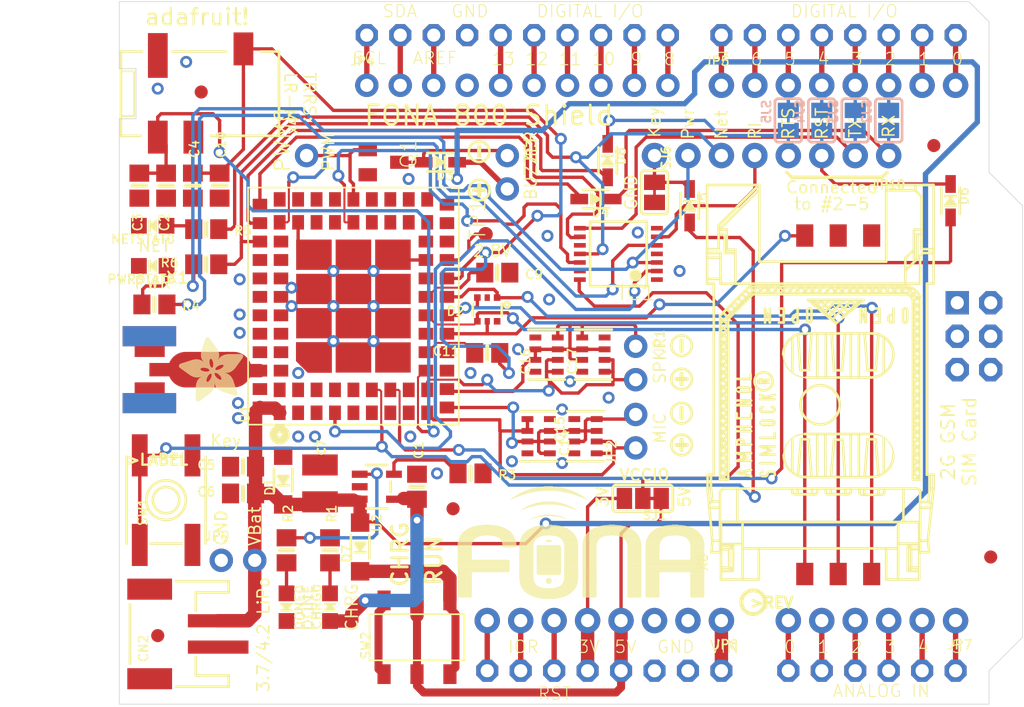
<source format=kicad_pcb>
(kicad_pcb (version 20211014) (generator pcbnew)
  (layers (0 "F.Cu" signal) (31 "B.Cu" signal) (34 "B.Paste" user) (35 "F.Paste" user) (36 "B.SilkS" user "B.Silkscreen") (37 "F.SilkS" user "F.Silkscreen") (38 "B.Mask" user) (39 "F.Mask" user) (44 "Edge.Cuts" user))
  (net 0 "")
  (net 1 "GND")
  (net 2 "N$1")
  (net 3 "N$2")
  (net 4 "N$5")
  (net 5 "N$6")
  (net 6 "PWRKEY")
  (net 7 "NETSTAT")
  (net 8 "PWRSTAT")
  (net 9 "SIMRST")
  (net 10 "SIMCLK")
  (net 11 "SIMDATA")
  (net 12 "2.8V")
  (net 13 "RESET")
  (net 14 "RI")
  (net 15 "UART_RXD")
  (net 16 "UART_TXD")
  (net 17 "VRTC")
  (net 18 "VCCIO")
  (net 19 "GSM_ANT")
  (net 20 "VBUS")
  (net 21 "1.8V")
  (net 22 "NETSTAT_5V")
  (net 23 "N$4")
  (net 24 "PWRSTAT_5V")
  (net 25 "N$9")
  (net 26 "SPEAKER1+")
  (net 27 "MIC1+")
  (net 28 "PWM")
  (net 29 "VBAT")
  (net 30 "MIC2+")
  (net 31 "MIC2-")
  (net 32 "SPEAKER2+")
  (net 33 "SPEAKER2-")
  (net 34 "+5V")
  (net 35 "RXD_5V")
  (net 36 "TXD_5V")
  (net 37 "RI_5V")
  (net 38 "PWRKEY_5V")
  (net 39 "RESET_5V")
  (net 40 "BUZZ-")
  (net 41 "HP+")
  (net 42 "5V")
  (net 43 "N$7")
  (net 44 "SCL")
  (net 45 "SDA")
  (net 46 "AREF")
  (net 47 "D13")
  (net 48 "D12")
  (net 49 "D11")
  (net 50 "D10")
  (net 51 "D9")
  (net 52 "D8")
  (net 53 "D7")
  (net 54 "D6")
  (net 55 "D5")
  (net 56 "D4")
  (net 57 "D3")
  (net 58 "D2")
  (net 59 "D1")
  (net 60 "D0")
  (net 61 "VIN")
  (net 62 "3V")
  (net 63 "RST")
  (net 64 "IOREF")
  (net 65 "NC")
  (net 66 "A5")
  (net 67 "A4")
  (net 68 "A3")
  (net 69 "A2")
  (net 70 "A1")
  (net 71 "A0")
  (net 72 "UART_RTS")
  (net 73 "RTS_5V")
  (net 74 "N$38")
  (footprint "boardEagle:SMA_EDGELAUNCH_UFL" (layer "F.Cu") (at 114.4651 106.2736)
    (fp_text reference "X1")
    (fp_text value "uFL")
  )
  (footprint "boardEagle:TP11R" (layer "F.Cu") (at 142.0241 95.9866 90)
    (fp_text reference "TP1")
    (fp_text value "TPTP11R")
  )
  (footprint "boardEagle:SOD-323" (layer "F.Cu") (at 157.5181 93.8276 -90)
    (fp_text reference "D5")
    (fp_text value "1N4148")
  )
  (footprint "boardEagle:0805-NO" (layer "F.Cu") (at 142.9131 98.9076)
    (fp_text reference "C9")
    (fp_text value "10uF")
  )
  (footprint "boardEagle:SYMBOL_PLUS" (layer "F.Cu") (at 156.9041 111.9886 -90)
    (fp_text reference "U$43" hide)
    (fp_text value "" hide)
  )
  (footprint "boardEagle:SOT363" (layer "F.Cu") (at 142.1511 101.7016 180)
    (fp_text reference "D2")
    (fp_text value "SMF05C")
  )
  (footprint "boardEagle:SC59-BEC" (layer "F.Cu") (at 134.2771 90.5256 -90)
    (fp_text reference "Q1")
    (fp_text value "DTC143ZUAT106")
  )
  (footprint "boardEagle:CHIPLED_0805_NOOUTLINE" (layer "F.Cu") (at 116.7511 98.3996 90)
    (fp_text reference "PWRSTAT0")
    (fp_text value "GREEN")
  )
  (footprint "boardEagle:1X10_ROUND70" (layer "F.Cu") (at 144.4371 84.6836)
    (fp_text reference "JP4")
    (fp_text value "")
  )
  (footprint "boardEagle:ARDUINOR3_ICSP_NODIM" (layer "F.Cu") (at 114.2111 131.6736)
    (fp_text reference "M1" hide)
    (fp_text value "ARDUINO_R3_ICSP_NODIM" hide)
  )
  (footprint "boardEagle:0805-NO" (layer "F.Cu") (at 120.8151 95.6056)
    (fp_text reference "R5")
    (fp_text value "1K")
  )
  (footprint "boardEagle:1X06_ROUND_76" (layer "F.Cu") (at 171.3611 125.3236 180)
    (fp_text reference "JP7")
    (fp_text value "")
  )
  (footprint "boardEagle:RESPACK_4X0603" (layer "F.Cu") (at 150.2111 105.1306 90)
    (fp_text reference "C17")
    (fp_text value "10pF")
  )
  (footprint "boardEagle:1X02_ROUND" (layer "F.Cu") (at 143.6751 91.2876 -90)
    (fp_text reference "JP3")
    (fp_text value "BUZZ")
  )
  (footprint "boardEagle:SOLDERJUMPER_CLOSEDWIRE" (layer "F.Cu") (at 154.8511 92.8116 -90)
    (fp_text reference "SJ6")
    (fp_text value "")
  )
  (footprint "boardEagle:1X08_ROUND_76" (layer "F.Cu") (at 168.8211 84.6836)
    (fp_text reference "JP5")
    (fp_text value "")
  )
  (footprint "boardEagle:EVQ-Q2" (layer "F.Cu") (at 117.7671 116.1796 90)
    (fp_text reference "SW1")
    (fp_text value "KMR2")
  )
  (footprint "" (layer "F.Cu") (at 128.1811 129.1336)
    (fp_text reference "@HOLE3" hide)
    (fp_text value "")
  )
  (footprint "boardEagle:0805-NO" (layer "F.Cu") (at 130.2131 119.9896 90)
    (fp_text reference "R1")
    (fp_text value "470")
  )
  (footprint "" (layer "F.Cu") (at 180.2511 124.0536)
    (fp_text reference "@HOLE2" hide)
    (fp_text value "")
  )
  (footprint "boardEagle:0805-NO" (layer "F.Cu") (at 123.6091 115.6716 180)
    (fp_text reference "C6")
    (fp_text value "33pF")
  )
  (footprint "boardEagle:FIDUCIAL_1MM" (layer "F.Cu") (at 117.1321 126.4666 90)
    (fp_text reference "FID2" hide)
    (fp_text value "FIDUCIAL\"\"" hide)
  )
  (footprint "boardEagle:0805-NO" (layer "F.Cu") (at 120.8151 98.2726 180)
    (fp_text reference "R6")
    (fp_text value "4.7K")
  )
  (footprint "boardEagle:FIDUCIAL_1MM" (layer "F.Cu") (at 176.0601 89.2556 90)
    (fp_text reference "FID1" hide)
    (fp_text value "FIDUCIAL\"\"" hide)
  )
  (footprint "boardEagle:0805-NO" (layer "F.Cu") (at 142.1511 105.0036 180)
    (fp_text reference "C11")
    (fp_text value "10uF")
  )
  (footprint "boardEagle:0805-NO" (layer "F.Cu") (at 119.7991 92.3036 90)
    (fp_text reference "C4")
    (fp_text value "33pF")
  )
  (footprint "boardEagle:0805-NO" (layer "F.Cu") (at 140.8811 114.1476)
    (fp_text reference "R3")
    (fp_text value "4.7K")
  )
  (footprint "boardEagle:SOD-323" (layer "F.Cu") (at 150.4061 93.3196 180)
    (fp_text reference "D4")
    (fp_text value "1N4148")
  )
  (footprint "boardEagle:CHIPLED_0805_NOOUTLINE" (layer "F.Cu") (at 130.2131 124.3076)
    (fp_text reference "CHRG0")
    (fp_text value "ORANGE")
  )
  (footprint "boardEagle:FIDUCIAL_1MM" (layer "F.Cu") (at 120.4341 85.1916 90)
    (fp_text reference "FID4" hide)
    (fp_text value "FIDUCIAL\"\"" hide)
  )
  (footprint "boardEagle:RESPACK_4X0603" (layer "F.Cu") (at 149.6111 111.3266 90)
    (fp_text reference "C14")
    (fp_text value "33pF")
  )
  (footprint "boardEagle:0805-NO" (layer "F.Cu") (at 126.9111 119.9896 90)
    (fp_text reference "R2")
    (fp_text value "1K")
  )
  (footprint "boardEagle:PCBFEAT-REV-040" (layer "F.Cu") (at 162.3441 123.9266)
    (fp_text reference "U$59" hide)
    (fp_text value "" hide)
  )
  (footprint "boardEagle:0805-NO" (layer "F.Cu") (at 121.8311 92.3036 90)
    (fp_text reference "C10")
    (fp_text value "10pF")
  )
  (footprint "boardEagle:4UCONN_18510" (layer "F.Cu") (at 114.3381 85.3186)
    (fp_text reference "X4")
    (fp_text value "4UCONN_18510")
  )
  (footprint "" (layer "F.Cu") (at 129.4511 80.8736)
    (fp_text reference "@HOLE0" hide)
    (fp_text value "")
  )
  (footprint "boardEagle:SOD-123" (layer "F.Cu") (at 132.4991 119.7356 90)
    (fp_text reference "D7")
    (fp_text value "MBRA120")
  )
  (footprint "boardEagle:CHIPLED_0805_NOOUTLINE" (layer "F.Cu") (at 116.7511 95.3516 90)
    (fp_text reference "NETSTAT0")
    (fp_text value "BLUE")
  )
  (footprint "boardEagle:SYMBOL_PLUS" (layer "F.Cu") (at 156.9041 106.9896 -90)
    (fp_text reference "U$2" hide)
    (fp_text value "" hide)
  )
  (footprint "boardEagle:JSTPH2" (layer "F.Cu") (at 118.0211 126.3396 90)
    (fp_text reference "CN2")
    (fp_text value "JSTPH")
  )
  (footprint "boardEagle:SOLDERJUMPER_2WAY_OPEN_NOPASTE" (layer "F.Cu") (at 153.9621 116.0526 180)
    (fp_text reference "SJ1")
    (fp_text value "")
  )
  (footprint "boardEagle:CHIPLED_0805_NOOUTLINE" (layer "F.Cu") (at 126.9111 124.3076 180)
    (fp_text reference "DONE0")
    (fp_text value "GREEN")
  )
  (footprint "boardEagle:TSSOP14" (layer "F.Cu") (at 152.1079 97.4852 90)
    (fp_text reference "IC1")
    (fp_text value "74VHCT125PW")
  )
  (footprint "boardEagle:0805-NO" (layer "F.Cu") (at 117.7671 92.3036 -90)
    (fp_text reference "C2")
    (fp_text value "33pF")
  )
  (footprint "boardEagle:RESPACK_4X0603" (layer "F.Cu") (at 146.0551 111.3266 -90)
    (fp_text reference "C15")
    (fp_text value "10pF")
  )
  (footprint "boardEagle:0805-NO" (layer "F.Cu") (at 116.8781 101.3206)
    (fp_text reference "R4")
    (fp_text value "1K")
  )
  (footprint "boardEagle:1X02_ROUND" (layer "F.Cu") (at 153.4211 105.7656 -90)
    (fp_text reference "JP1")
    (fp_text value "")
  )
  (footprint "boardEagle:FONA_LOGO" (layer "F.Cu") (at 139.4431 123.8456)
    (fp_text reference "U$26" hide)
    (fp_text value "" hide)
  )
  (footprint "boardEagle:SYMBOL_PLUS" (layer "F.Cu") (at 141.5371 92.6386 -90)
    (fp_text reference "U$36" hide)
    (fp_text value "" hide)
  )
  (footprint "boardEagle:FIDUCIAL_1MM" (layer "F.Cu") (at 139.5561 116.8346 90)
    (fp_text reference "FID3" hide)
    (fp_text value "FIDUCIAL\"\"" hide)
  )
  (footprint "boardEagle:SOD-323" (layer "F.Cu") (at 138.5951 90.5256 180)
    (fp_text reference "D3")
    (fp_text value "1N4148")
  )
  (footprint "boardEagle:FIDUCIAL_1MM" (layer "F.Cu") (at 180.3781 120.4976 90)
    (fp_text reference "FID5" hide)
    (fp_text value "FIDUCIAL\"\"" hide)
  )
  (footprint "boardEagle:SOT23-5" (layer "F.Cu") (at 133.7691 115.1636 -90)
    (fp_text reference "U2")
    (fp_text value "MCP73831T-2ACI/OT")
  )
  (footprint "boardEagle:1X08_ROUND_76" (layer "F.Cu") (at 151.0411 125.3236 180)
    (fp_text reference "JP6")
    (fp_text value "")
  )
  (footprint "boardEagle:0805-NO" (layer "F.Cu") (at 136.8171 115.1636 90)
    (fp_text reference "C1")
    (fp_text value "10µF")
  )
  (footprint "boardEagle:SOD-123" (layer "F.Cu") (at 126.6571 114.6556 90)
    (fp_text reference "D1")
    (fp_text value "MMSZ5231BT1G")
  )
  (footprint "boardEagle:1X02_ROUND" (layer "F.Cu") (at 153.4211 110.9456 90)
    (fp_text reference "JP2")
    (fp_text value "MIC")
  )
  (footprint "boardEagle:0805-NO" (layer "F.Cu") (at 115.7351 92.3036 -90)
    (fp_text reference "C3")
    (fp_text value "10pF")
  )
  (footprint "boardEagle:SYMBOL_MINUS" (layer "F.Cu") (at 156.9041 109.5756 -90)
    (fp_text reference "U$33" hide)
    (fp_text value "" hide)
  )
  (footprint "boardEagle:1X01-CLEANBIG" (layer "F.Cu") (at 128.4351 90.0176 90)
    (fp_text reference "PWM0")
    (fp_text value "")
  )
  (footprint "boardEagle:SYMBOL_MINUS" (layer "F.Cu") (at 141.5371 89.7176 -90)
    (fp_text reference "U$57" hide)
    (fp_text value "" hide)
  )
  (footprint "boardEagle:1X02_ROUND" (layer "F.Cu") (at 123.2281 120.7516)
    (fp_text reference "JP9")
    (fp_text value "")
  )
  (footprint "boardEagle:0805-NO" (layer "F.Cu") (at 123.6091 113.6396 180)
    (fp_text reference "C5")
    (fp_text value "10pF")
  )
  (footprint "" (layer "F.Cu") (at 180.2511 96.1136)
    (fp_text reference "@HOLE1" hide)
    (fp_text value "")
  )
  (footprint "boardEagle:C707_10M006_512_2" (layer "F.Cu") (at 167.4241 108.9406 90)
    (fp_text reference "X6")
    (fp_text value "SIM_LOCKAMPHENOL")
  )
  (footprint "boardEagle:EG1390" (layer "F.Cu") (at 136.8171 126.5936)
    (fp_text reference "SW2")
    (fp_text value "EG1390")
  )
  (footprint "boardEagle:RESPACK_4X0603" (layer "F.Cu") (at 146.6551 105.1306 90)
    (fp_text reference "C16")
    (fp_text value "33pF")
  )
  (footprint "boardEagle:SIM800L" (layer "F.Cu") (at 131.9911 101.4476 90)
    (fp_text reference "U1")
    (fp_text value "SIM800H/L")
  )
  (footprint "boardEagle:SOD-323" (layer "F.Cu") (at 177.3301 93.4466 -90)
    (fp_text reference "D6")
    (fp_text value "1N4148")
  )
  (footprint "boardEagle:C1210" (layer "F.Cu") (at 129.4511 114.9096 90)
    (fp_text reference "C7")
    (fp_text value "100uF")
  )
  (footprint "boardEagle:1X08_ROUND_76" (layer "F.Cu") (at 163.7411 90.0176 180)
    (fp_text reference "JP10")
    (fp_text value "")
  )
  (footprint "boardEagle:SYMBOL_MINUS" (layer "F.Cu") (at 156.9041 104.4496 -90)
    (fp_text reference "U$34" hide)
    (fp_text value "" hide)
  )
  (footprint "boardEagle:SOD-323" (layer "F.Cu") (at 151.2951 90.3986 -90)
    (fp_text reference "D8")
    (fp_text value "1N4148")
  )
  (footprint "boardEagle:ADAFRUIT_5MM" (layer "F.Cu") (at 123.6091 108.6866 90)
    (fp_text reference "U$10" hide)
    (fp_text value "" hide)
  )
  (footprint "boardEagle:SOLDERJUMPER_CLOSEDWIRE" (layer "B.Cu") (at 172.6311 87.3506 -90)
    (fp_text reference "SJ2")
    (fp_text value "")
  )
  (footprint "boardEagle:SOLDERJUMPER_CLOSEDWIRE" (layer "B.Cu") (at 170.0911 87.3506 -90)
    (fp_text reference "SJ3")
    (fp_text value "")
  )
  (footprint "boardEagle:SOLDERJUMPER_CLOSEDWIRE" (layer "B.Cu") (at 165.0111 87.3506 -90)
    (fp_text reference "SJ5")
    (fp_text value "")
  )
  (footprint "boardEagle:SOLDERJUMPER_CLOSEDWIRE" (layer "B.Cu") (at 167.5511 87.3506 -90)
    (fp_text reference "SJ4")
    (fp_text value "")
  )
  (gr_line (start 172.1231 91.6686) (end 172.5041 91.2876) (layer "F.SilkS") (width 0.254))
  (gr_line (start 164.8841 91.2876) (end 165.2651 91.6686) (layer "F.SilkS") (width 0.254))
  (gr_line (start 165.2651 91.6686) (end 172.1231 91.6686) (layer "F.SilkS") (width 0.254))
  (gr_line (start 114.2111 87.2236) (end 115.4811 87.2236) (layer "Edge.Cuts") (width 0.05))
  (gr_line (start 180.2511 91.2876) (end 182.7911 93.8276) (layer "Edge.Cuts") (width 0.05))
  (gr_line (start 182.7911 93.8276) (end 182.7911 126.5936) (layer "Edge.Cuts") (width 0.05))
  (gr_line (start 115.4811 83.4136) (end 114.2111 83.4136) (layer "Edge.Cuts") (width 0.05))
  (gr_line (start 114.2111 131.6736) (end 114.2111 87.2236) (layer "Edge.Cuts") (width 0.05))
  (gr_line (start 178.7271 78.3336) (end 180.2511 79.8576) (layer "Edge.Cuts") (width 0.05))
  (gr_line (start 180.2511 131.6736) (end 114.2111 131.6736) (layer "Edge.Cuts") (width 0.05))
  (gr_line (start 180.2511 79.8576) (end 180.2511 91.2876) (layer "Edge.Cuts") (width 0.05))
  (gr_line (start 180.2511 129.1336) (end 180.2511 131.6736) (layer "Edge.Cuts") (width 0.05))
  (gr_line (start 182.7911 126.5936) (end 180.2511 129.1336) (layer "Edge.Cuts") (width 0.05))
  (gr_line (start 114.2111 83.4136) (end 114.2111 78.3336) (layer "Edge.Cuts") (width 0.05))
  (gr_line (start 115.4811 87.2236) (end 115.4811 83.4136) (layer "Edge.Cuts") (width 0.05))
  (gr_line (start 114.2111 78.3336) (end 178.7271 78.3336) (layer "Edge.Cuts") (width 0.05))
  (gr_text "VBat" (at 124.4981 119.7356 90) (layer "F.SilkS") (effects (font (size 0.89408 0.89408) (thickness 0.12192)) (justify left)))
  (gr_text "BUZZER" (at 145.4531 90.7796 90) (layer "F.SilkS") (effects (font (size 0.89408 0.89408) (thickness 0.12192))))
  (gr_text "TX" (at 170.0911 88.7476 90) (layer "F.SilkS") (effects (font (size 0.89408 0.89408) (thickness 0.12192)) (justify left)))
  (gr_text "MIC" (at 155.2531 110.7186 90) (layer "F.SilkS") (effects (font (size 0.89408 0.89408) (thickness 0.12192))))
  (gr_text "3V" (at 150.9141 115.9256 90) (layer "F.SilkS") (effects (font (size 0.8636 0.8636) (thickness 0.1524))))
  (gr_text "2G GSM\nSIM Card" (at 177.9501 111.7316 90) (layer "F.SilkS") (effects (font (size 1.00584 1.00584) (thickness 0.13716))))
  (gr_text "CHRG" (at 131.8641 124.3076 90) (layer "F.SilkS") (effects (font (size 0.89408 0.89408) (thickness 0.12192))))
  (gr_text "3.7/4.2 LiPo" (at 125.1601 126.3886 90) (layer "F.SilkS") (effects (font (size 0.89408 0.89408) (thickness 0.12192))))
  (gr_text "DONE" (at 128.5621 124.3076 90) (layer "F.SilkS") (effects (font (size 0.89408 0.89408) (thickness 0.12192))))
  (gr_text "2.8V" (at 142.5321 97.2566) (layer "F.SilkS") (effects (font (size 0.89408 0.89408) (thickness 0.12192))))
  (gr_text "GND" (at 121.9581 119.7356 90) (layer "F.SilkS") (effects (font (size 0.89408 0.89408) (thickness 0.12192)) (justify left)))
  (gr_text "PWM" (at 130.0861 91.2876 90) (layer "F.SilkS") (effects (font (size 0.89408 0.89408) (thickness 0.12192)) (justify left)))
  (gr_text "RI" (at 162.4711 88.8746 90) (layer "F.SilkS") (effects (font (size 0.89408 0.89408) (thickness 0.12192)) (justify left)))
  (gr_text "FONA 800 Shield" (at 142.2781 86.9696) (layer "F.SilkS") (effects (font (size 1.475232 1.475232) (thickness 0.201168))))
  (gr_text "Net" (at 159.9311 88.8746 90) (layer "F.SilkS") (effects (font (size 0.89408 0.89408) (thickness 0.12192)) (justify left)))
  (gr_text "GND" (at 153.0731 92.8116 90) (layer "F.SilkS") (effects (font (size 0.89408 0.89408) (thickness 0.12192))))
  (gr_text "Key" (at 154.8511 88.7476 90) (layer "F.SilkS") (effects (font (size 0.89408 0.89408) (thickness 0.12192)) (justify left)))
  (gr_text "PWR" (at 116.7511 99.6696) (layer "F.SilkS") (effects (font (size 0.89408 0.89408) (thickness 0.12192))))
  (gr_text "adafruit!" (at 116.0461 80.2236) (layer "F.SilkS") (effects (font (size 1.251712 1.251712) (thickness 0.170688)) (justify left bottom)))
  (gr_text "Key" (at 121.0451 112.1916) (layer "F.SilkS") (effects (font (size 0.89408 0.89408) (thickness 0.12192)) (justify left bottom)))
  (gr_text "VCCIO" (at 154.0891 114.2746) (layer "F.SilkS") (effects (font (size 0.8636 0.8636) (thickness 0.1524))))
  (gr_text "RUN" (at 138.1111 122.7836 90) (layer "F.SilkS") (effects (font (size 1.20904 1.20904) (thickness 0.21336)) (justify left)))
  (gr_text "RX" (at 172.6311 88.7476 90) (layer "F.SilkS") (effects (font (size 0.89408 0.89408) (thickness 0.12192)) (justify left)))
  (gr_text "TRRS:\nLR-M" (at 127.9271 85.5726 270) (layer "F.SilkS") (effects (font (size 0.89408 0.89408) (thickness 0.12192))))
  (gr_text "CHRG" (at 135.5311 122.8836 90) (layer "F.SilkS") (effects (font (size 1.20904 1.20904) (thickness 0.21336)) (justify left)))
  (gr_text "5V" (at 157.1371 115.9256 90) (layer "F.SilkS") (effects (font (size 0.8636 0.8636) (thickness 0.1524))))
  (gr_text "RST" (at 167.5511 88.8746 90) (layer "F.SilkS") (effects (font (size 0.89408 0.89408) (thickness 0.12192)) (justify left)))
  (gr_text "RTS" (at 165.0111 88.8746 90) (layer "F.SilkS") (effects (font (size 0.89408 0.89408) (thickness 0.12192)) (justify left)))
  (gr_text "Pwr" (at 157.3911 88.8746 90) (layer "F.SilkS") (effects (font (size 0.89408 0.89408) (thickness 0.12192)) (justify left)))
  (gr_text "Connected" (at 168.3131 92.4306) (layer "F.SilkS") (effects (font (size 0.89408 0.89408) (thickness 0.12192))))
  (gr_text "NET" (at 116.8781 96.8756) (layer "F.SilkS") (effects (font (size 0.89408 0.89408) (thickness 0.12192))))
  (gr_text "to #2-5" (at 168.3131 93.7006) (layer "F.SilkS") (effects (font (size 0.89408 0.89408) (thickness 0.12192))))
  (gr_text "SPKR" (at 155.2531 105.5926 90) (layer "F.SilkS") (effects (font (size 0.89408 0.89408) (thickness 0.12192))))
  (segment (start 127.7911 97.1206) (end 128.1811 97.5106) (width 0.254) (layer "F.Cu") (net 1))
  (segment (start 135.3911 97.9476) (end 134.9911 97.5476) (width 0.254) (layer "F.Cu") (net 1))
  (segment (start 127.7911 95.0876) (end 127.7911 97.1206) (width 0.254) (layer "F.Cu") (net 1))
  (segment (start 128.1811 97.5106) (end 128.9541 97.5106) (width 0.254) (layer "F.Cu") (net 1))
  (segment (start 128.9541 97.5106) (end 128.9911 97.5476) (width 0.254) (layer "F.Cu") (net 1))
  (segment (start 137.4911 97.9476) (end 135.3911 97.9476) (width 0.254) (layer "F.Cu") (net 1))
  (via (at 130.4671 101.4476) (size 0.9064) (drill 0.5) (layers "F.Cu" "B.Cu") (net 1))
  (via (at 144.4961 104.7226) (size 0.9064) (drill 0.5) (layers "F.Cu" "B.Cu") (net 1))
  (via (at 117.1321 84.9376) (size 0.9064) (drill 0.5) (layers "F.Cu" "B.Cu") (net 1))
  (via (at 133.5151 98.7806) (size 0.9064) (drill 0.5) (layers "F.Cu" "B.Cu") (net 1))
  (via (at 123.2281 108.8136) (size 0.9064) (drill 0.5) (layers "F.Cu" "B.Cu") (net 1))
  (via (at 127.8001 106.5276) (size 0.9064) (drill 0.5) (layers "F.Cu" "B.Cu") (net 1))
  (via (at 123.3551 99.4156) (size 0.9064) (drill 0.5) (layers "F.Cu" "B.Cu") (net 1))
  (via (at 146.7231 96.1136) (size 0.9064) (drill 0.5) (layers "F.Cu" "B.Cu") (net 1))
  (via (at 127.2921 100.0506) (size 0.9064) (drill 0.5) (layers "F.Cu" "B.Cu") (net 1))
  (via (at 133.5151 104.1146) (size 0.9064) (drill 0.5) (layers "F.Cu" "B.Cu") (net 1))
  (via (at 127.2921 101.4476) (size 0.9064) (drill 0.5) (layers "F.Cu" "B.Cu") (net 1))
  (via (at 130.4671 104.1146) (size 0.9064) (drill 0.5) (layers "F.Cu" "B.Cu") (net 1))
  (via (at 123.3551 102.0826) (size 0.9064) (drill 0.5) (layers "F.Cu" "B.Cu") (net 1))
  (via (at 127.8001 111.3536) (size 0.9064) (drill 0.5) (layers "F.Cu" "B.Cu") (net 1))
  (via (at 130.4671 98.7806) (size 0.9064) (drill 0.5) (layers "F.Cu" "B.Cu") (net 1))
  (via (at 123.3551 103.4796) (size 0.9064) (drill 0.5) (layers "F.Cu" "B.Cu") (net 1))
  (via (at 140.8811 106.5276) (size 0.9064) (drill 0.5) (layers "F.Cu" "B.Cu") (net 1))
  (via (at 129.0701 111.3536) (size 0.9064) (drill 0.5) (layers "F.Cu" "B.Cu") (net 1))
  (via (at 136.1821 91.7956) (size 0.9064) (drill 0.5) (layers "F.Cu" "B.Cu") (net 1))
  (via (at 147.8331 113.3586) (size 0.9064) (drill 0.5) (layers "F.Cu" "B.Cu") (net 1))
  (via (at 148.4331 107.1626) (size 0.9064) (drill 0.5) (layers "F.Cu" "B.Cu") (net 1))
  (via (at 156.7561 98.7806) (size 0.9064) (drill 0.5) (layers "F.Cu" "B.Cu") (net 1))
  (via (at 144.0231 113.2316) (size 0.9064) (drill 0.5) (layers "F.Cu" "B.Cu") (net 1))
  (via (at 138.3411 114.1476) (size 0.9064) (drill 0.5) (layers "F.Cu" "B.Cu") (net 1))
  (via (at 153.5811 95.8596) (size 0.9064) (drill 0.5) (layers "F.Cu" "B.Cu") (net 1))
  (via (at 146.8501 100.9396) (size 0.9064) (drill 0.5) (layers "F.Cu" "B.Cu") (net 1))
  (via (at 147.8331 109.2946) (size 0.9064) (drill 0.5) (layers "F.Cu" "B.Cu") (net 1))
  (via (at 119.2911 82.9056) (size 0.9064) (drill 0.5) (layers "F.Cu" "B.Cu") (net 1))
  (via (at 123.2281 109.9566) (size 0.9064) (drill 0.5) (layers "F.Cu" "B.Cu") (net 1))
  (via (at 136.3091 111.3536) (size 0.9064) (drill 0.5) (layers "F.Cu" "B.Cu") (net 1))
  (via (at 133.5151 101.4476) (size 0.9064) (drill 0.5) (layers "F.Cu" "B.Cu") (net 1))
  (via (at 151.3691 108.4006) (size 0.9064) (drill 0.5) (layers "F.Cu" "B.Cu") (net 1))
  (segment (start 130.2131 120.9396) (end 130.2131 123.2576) (width 0.254) (layer "F.Cu") (net 2))
  (segment (start 133.7031 114.2136) (end 133.7691 114.1476) (width 0.254) (layer "F.Cu") (net 3))
  (segment (start 126.9111 119.0396) (end 128.6891 119.0396) (width 0.254) (layer "F.Cu") (net 3))
  (segment (start 132.469 114.2136) (end 133.7031 114.2136) (width 0.254) (layer "F.Cu") (net 3))
  (segment (start 128.6891 119.0396) (end 130.2131 119.0396) (width 0.254) (layer "F.Cu") (net 3))
  (via (at 133.7691 114.1476) (size 0.9064) (drill 0.5) (layers "F.Cu" "B.Cu") (net 3))
  (via (at 128.6891 119.0396) (size 0.9064) (drill 0.5) (layers "F.Cu" "B.Cu") (net 3))
  (segment (start 133.7691 118.7196) (end 133.5151 118.9736) (width 0.254) (layer "B.Cu") (net 3))
  (segment (start 130.2131 119.0396) (end 128.6891 119.0396) (width 0.254) (layer "B.Cu") (net 3))
  (segment (start 133.4491 119.0396) (end 133.5151 118.9736) (width 0.254) (layer "B.Cu") (net 3))
  (segment (start 130.2131 119.0396) (end 133.4491 119.0396) (width 0.254) (layer "B.Cu") (net 3))
  (segment (start 133.7691 114.1476) (end 133.7691 118.7196) (width 0.254) (layer "B.Cu") (net 3))
  (segment (start 135.0692 114.2136) (end 135.0692 113.3555) (width 0.254) (layer "F.Cu") (net 4))
  (segment (start 135.0692 113.3555) (end 135.2931 113.1316) (width 0.254) (layer "F.Cu") (net 4))
  (segment (start 138.9151 113.1316) (end 139.9311 114.1476) (width 0.254) (layer "F.Cu") (net 4))
  (segment (start 135.2931 113.1316) (end 138.9151 113.1316) (width 0.254) (layer "F.Cu") (net 4))
  (segment (start 126.9111 120.9396) (end 126.9111 123.2576) (width 0.254) (layer "F.Cu") (net 5))
  (segment (start 158.0261 96.2406) (end 161.3281 96.2406) (width 0.254) (layer "F.Cu") (net 6))
  (segment (start 117.2301 112.7796) (end 117.7671 112.2426) (width 0.254) (layer "F.Cu") (net 6))
  (segment (start 162.3441 97.2566) (end 162.3441 115.7986) (width 0.254) (layer "F.Cu") (net 6))
  (segment (start 162.3441 115.7986) (end 162.4711 115.9256) (width 0.254) (layer "F.Cu") (net 6))
  (segment (start 157.5181 95.0976) (end 157.5181 94.9706) (width 0.254) (layer "F.Cu") (net 6))
  (segment (start 134.0993 107.9246) (end 134.0993 110.617) (width 0.1524) (layer "F.Cu") (net 6))
  (segment (start 161.3281 96.2406) (end 162.3441 97.2566) (width 0.254) (layer "F.Cu") (net 6))
  (segment (start 133.3911 107.8076) (end 133.9823 107.8076) (width 0.1524) (layer "F.Cu") (net 6))
  (segment (start 157.5181 95.0976) (end 157.5181 95.7326) (width 0.254) (layer "F.Cu") (net 6))
  (segment (start 134.0993 110.617) (end 134.1501 110.6678) (width 0.1524) (layer "F.Cu") (net 6))
  (segment (start 157.5181 95.7326) (end 158.0261 96.2406) (width 0.254) (layer "F.Cu") (net 6))
  (segment (start 115.7671 112.7796) (end 117.2301 112.7796) (width 0.254) (layer "F.Cu") (net 6))
  (segment (start 115.7671 119.5796) (end 115.7671 112.7796) (width 0.254) (layer "F.Cu") (net 6))
  (segment (start 133.9823 107.8076) (end 134.0993 107.9246) (width 0.1524) (layer "F.Cu") (net 6))
  (segment (start 134.1501 112.1156) (end 134.1501 110.6678) (width 0.254) (layer "F.Cu") (net 6))
  (via (at 134.1501 112.1156) (size 0.9064) (drill 0.5) (layers "F.Cu" "B.Cu") (net 6))
  (via (at 117.7671 112.2426) (size 0.9064) (drill 0.5) (layers "F.Cu" "B.Cu") (net 6))
  (via (at 162.4711 115.9256) (size 0.9064) (drill 0.5) (layers "F.Cu" "B.Cu") (net 6))
  (segment (start 134.0231 112.2426) (end 134.1501 112.1156) (width 0.254) (layer "B.Cu") (net 6))
  (segment (start 143.8021 115.0366) (end 141.6431 112.8776) (width 0.254) (layer "B.Cu") (net 6))
  (segment (start 139.3571 113.2586) (end 138.9761 112.8776) (width 0.254) (layer "B.Cu") (net 6))
  (segment (start 138.9761 112.8776) (end 134.9121 112.8776) (width 0.254) (layer "B.Cu") (net 6))
  (segment (start 141.6431 112.8776) (end 141.0081 112.8776) (width 0.254) (layer "B.Cu") (net 6))
  (segment (start 117.7671 112.2426) (end 134.0231 112.2426) (width 0.254) (layer "B.Cu") (net 6))
  (segment (start 141.0081 112.8776) (end 140.6271 113.2586) (width 0.254) (layer "B.Cu") (net 6))
  (segment (start 134.9121 112.8776) (end 134.1501 112.1156) (width 0.254) (layer "B.Cu") (net 6))
  (segment (start 161.3281 115.0366) (end 143.8021 115.0366) (width 0.254) (layer "B.Cu") (net 6))
  (segment (start 162.2171 115.9256) (end 161.3281 115.0366) (width 0.254) (layer "B.Cu") (net 6))
  (segment (start 140.6271 113.2586) (end 139.3571 113.2586) (width 0.254) (layer "B.Cu") (net 6))
  (segment (start 162.4711 115.9256) (end 162.2171 115.9256) (width 0.254) (layer "B.Cu") (net 6))
  (segment (start 131.9911 95.0876) (end 131.3715 95.0876) (width 0.1524) (layer "F.Cu") (net 7))
  (segment (start 131.3053 95.0214) (end 131.3053 92.3544) (width 0.1524) (layer "F.Cu") (net 7))
  (segment (start 148.3637 98.1352) (end 149.1829 98.1352) (width 0.254) (layer "F.Cu") (net 7))
  (segment (start 148.2471 97.5106) (end 148.2471 98.0186) (width 0.254) (layer "F.Cu") (net 7))
  (segment (start 144.9451 94.5896) (end 144.3101 95.2246) (width 0.254) (layer "F.Cu") (net 7))
  (segment (start 147.7391 97.0026) (end 147.7391 94.0816) (width 0.254) (layer "F.Cu") (net 7))
  (segment (start 143.1671 94.9706) (end 140.6271 94.9706) (width 0.254) (layer "F.Cu") (net 7))
  (segment (start 147.7391 97.0026) (end 148.2471 97.5106) (width 0.254) (layer "F.Cu") (net 7))
  (segment (start 143.4211 95.2246) (end 143.1671 94.9706) (width 0.254) (layer "F.Cu") (net 7))
  (segment (start 148.2471 98.0186) (end 148.3637 98.1352) (width 0.254) (layer "F.Cu") (net 7))
  (segment (start 131.3053 92.3544) (end 131.3053 92.2528) (width 0.254) (layer "F.Cu") (net 7))
  (segment (start 130.8481 91.7956) (end 131.3053 92.2528) (width 0.254) (layer "F.Cu") (net 7))
  (segment (start 144.9451 93.9546) (end 144.9451 94.5896) (width 0.254) (layer "F.Cu") (net 7))
  (segment (start 145.1991 93.7006) (end 144.9451 93.9546) (width 0.254) (layer "F.Cu") (net 7))
  (segment (start 144.3101 95.2246) (end 143.4211 95.2246) (width 0.254) (layer "F.Cu") (net 7))
  (segment (start 131.3715 95.0876) (end 131.3053 95.0214) (width 0.1524) (layer "F.Cu") (net 7))
  (segment (start 147.7391 94.0816) (end 147.3581 93.7006) (width 0.254) (layer "F.Cu") (net 7))
  (segment (start 130.8481 91.5416) (end 130.8481 91.7956) (width 0.254) (layer "F.Cu") (net 7))
  (segment (start 147.3581 93.7006) (end 145.1991 93.7006) (width 0.254) (layer "F.Cu") (net 7))
  (via (at 130.8481 91.5416) (size 0.9064) (drill 0.5) (layers "F.Cu" "B.Cu") (net 7))
  (via (at 140.6271 94.9706) (size 0.9064) (drill 0.5) (layers "F.Cu" "B.Cu") (net 7))
  (segment (start 130.8481 91.5416) (end 130.8481 89.8906) (width 0.254) (layer "B.Cu") (net 7))
  (segment (start 140.6271 94.0816) (end 140.2461 93.7006) (width 0.254) (layer "B.Cu") (net 7))
  (segment (start 130.8481 89.8906) (end 131.1021 89.6366) (width 0.254) (layer "B.Cu") (net 7))
  (segment (start 137.5791 89.6366) (end 137.8331 89.8906) (width 0.254) (layer "B.Cu") (net 7))
  (segment (start 131.1021 89.6366) (end 137.5791 89.6366) (width 0.254) (layer "B.Cu") (net 7))
  (segment (start 140.6271 94.9706) (end 140.6271 94.0816) (width 0.254) (layer "B.Cu") (net 7))
  (segment (start 138.8491 93.7006) (end 140.2461 93.7006) (width 0.254) (layer "B.Cu") (net 7))
  (segment (start 137.8331 89.8906) (end 137.8331 92.6846) (width 0.254) (layer "B.Cu") (net 7))
  (segment (start 137.8331 92.6846) (end 138.8491 93.7006) (width 0.254) (layer "B.Cu") (net 7))
  (segment (start 130.5911 109.5476) (end 130.5911 110.9696) (width 0.254) (layer "F.Cu") (net 8))
  (segment (start 154.2161 98.7806) (end 155.0283 98.7806) (width 0.254) (layer "F.Cu") (net 8))
  (segment (start 130.5911 110.9696) (end 130.5941 110.9726) (width 0.254) (layer "F.Cu") (net 8))
  (segment (start 153.3271 99.6696) (end 154.2161 98.7806) (width 0.254) (layer "F.Cu") (net 8))
  (segment (start 155.0283 98.7806) (end 155.0329 98.7852) (width 0.254) (layer "F.Cu") (net 8))
  (segment (start 153.3271 100.3046) (end 153.3271 99.6696) (width 0.254) (layer "F.Cu") (net 8))
  (via (at 153.3271 100.3046) (size 0.9064) (drill 0.5) (layers "F.Cu" "B.Cu") (net 8))
  (via (at 130.5941 110.9726) (size 0.9064) (drill 0.5) (layers "F.Cu" "B.Cu") (net 8))
  (segment (start 152.9461 101.7016) (end 148.8821 101.7016) (width 0.254) (layer "B.Cu") (net 8))
  (segment (start 138.4681 112.2426) (end 139.3571 111.3536) (width 0.254) (layer "B.Cu") (net 8))
  (segment (start 152.9461 101.7016) (end 153.3271 101.3206) (width 0.254) (layer "B.Cu") (net 8))
  (segment (start 143.6751 96.4946) (end 148.8821 101.7016) (width 0.254) (layer "B.Cu") (net 8))
  (segment (start 139.3571 110.9726) (end 138.2141 109.8296) (width 0.254) (layer "B.Cu") (net 8))
  (segment (start 139.8651 98.1456) (end 141.5161 96.4946) (width 0.254) (layer "B.Cu") (net 8))
  (segment (start 141.5161 96.4946) (end 143.6751 96.4946) (width 0.254) (layer "B.Cu") (net 8))
  (segment (start 138.7221 98.1456) (end 139.8651 98.1456) (width 0.254) (layer "B.Cu") (net 8))
  (segment (start 134.5311 110.9726) (end 135.8011 112.2426) (width 0.254) (layer "B.Cu") (net 8))
  (segment (start 135.8011 112.2426) (end 138.4681 112.2426) (width 0.254) (layer "B.Cu") (net 8))
  (segment (start 153.3271 101.3206) (end 153.3271 100.3046) (width 0.254) (layer "B.Cu") (net 8))
  (segment (start 138.2141 98.6536) (end 138.7221 98.1456) (width 0.254) (layer "B.Cu") (net 8))
  (segment (start 138.2141 109.8296) (end 138.2141 98.6536) (width 0.254) (layer "B.Cu") (net 8))
  (segment (start 130.5941 110.9726) (end 134.5311 110.9726) (width 0.254) (layer "B.Cu") (net 8))
  (segment (start 139.3571 111.3536) (end 139.3571 110.9726) (width 0.254) (layer "B.Cu") (net 8))
  (segment (start 168.7991 102.4856) (end 168.8211 102.4636) (width 0.254) (layer "F.Cu") (net 9))
  (segment (start 168.7991 121.7906) (end 168.7991 102.4856) (width 0.254) (layer "F.Cu") (net 9))
  (segment (start 168.8211 102.4636) (end 168.8211 102.3366) (width 0.254) (layer "F.Cu") (net 9))
  (segment (start 141.2621 101.5746) (end 140.5001 101.5746) (width 0.254) (layer "F.Cu") (net 9))
  (segment (start 139.0911 102.1476) (end 139.9271 102.1476) (width 0.254) (layer "F.Cu") (net 9))
  (segment (start 141.2621 101.5746) (end 141.4011 101.4356) (width 0.254) (layer "F.Cu") (net 9))
  (segment (start 139.9271 102.1476) (end 140.5001 101.5746) (width 0.254) (layer "F.Cu") (net 9))
  (segment (start 141.4011 100.8016) (end 141.4011 101.4356) (width 0.254) (layer "F.Cu") (net 9))
  (via (at 140.5001 101.5746) (size 0.9064) (drill 0.5) (layers "F.Cu" "B.Cu") (net 9))
  (via (at 168.8211 102.3366) (size 0.9064) (drill 0.5) (layers "F.Cu" "B.Cu") (net 9))
  (segment (start 168.8211 102.3366) (end 165.7731 102.3366) (width 0.254) (layer "B.Cu") (net 9))
  (segment (start 145.8341 102.7176) (end 144.6911 101.5746) (width 0.254) (layer "B.Cu") (net 9))
  (segment (start 165.7731 102.3366) (end 165.3921 102.7176) (width 0.254) (layer "B.Cu") (net 9))
  (segment (start 165.3921 102.7176) (end 145.8341 102.7176) (width 0.254) (layer "B.Cu") (net 9))
  (segment (start 144.6911 101.5746) (end 140.5001 101.5746) (width 0.254) (layer "B.Cu") (net 9))
  (segment (start 166.2591 121.7906) (end 166.2591 103.2476) (width 0.254) (layer "F.Cu") (net 10))
  (segment (start 137.4911 102.1476) (end 137.5679 102.1476) (width 0.1524) (layer "F.Cu") (net 10))
  (segment (start 137.5679 102.1476) (end 138.2649 102.8446) (width 0.1524) (layer "F.Cu") (net 10))
  (segment (start 141.1581 102.8446) (end 141.4011 102.6016) (width 0.1524) (layer "F.Cu") (net 10))
  (segment (start 143.6831 101.9556) (end 141.5161 101.9556) (width 0.254) (layer "F.Cu") (net 10))
  (segment (start 141.4011 102.6016) (end 141.4011 102.0706) (width 0.254) (layer "F.Cu") (net 10))
  (segment (start 166.2591 103.2476) (end 166.2811 103.2256) (width 0.254) (layer "F.Cu") (net 10))
  (segment (start 143.6831 101.9556) (end 144.0991 102.3716) (width 0.254) (layer "F.Cu") (net 10))
  (segment (start 141.4011 102.0706) (end 141.5161 101.9556) (width 0.254) (layer "F.Cu") (net 10))
  (segment (start 138.2649 102.8446) (end 141.1581 102.8446) (width 0.1524) (layer "F.Cu") (net 10))
  (via (at 144.0991 102.3716) (size 0.9064) (drill 0.5) (layers "F.Cu" "B.Cu") (net 10))
  (via (at 166.2811 103.2256) (size 0.9064) (drill 0.5) (layers "F.Cu" "B.Cu") (net 10))
  (segment (start 144.9531 103.2256) (end 144.0991 102.3716) (width 0.254) (layer "B.Cu") (net 10))
  (segment (start 166.2811 103.2256) (end 144.9531 103.2256) (width 0.254) (layer "B.Cu") (net 10))
  (segment (start 142.1511 102.6016) (end 142.1511 103.5476) (width 0.254) (layer "F.Cu") (net 11))
  (segment (start 142.1511 103.5476) (end 144.3691 103.5476) (width 0.254) (layer "F.Cu") (net 11))
  (segment (start 139.0911 103.5476) (end 142.1511 103.5476) (width 0.254) (layer "F.Cu") (net 11))
  (segment (start 166.2361 96.1136) (end 164.7571 96.1136) (width 0.254) (layer "F.Cu") (net 11))
  (segment (start 155.2321 101.3206) (end 154.2161 102.3366) (width 0.254) (layer "F.Cu") (net 11))
  (segment (start 154.2161 102.3366) (end 145.5801 102.3366) (width 0.254) (layer "F.Cu") (net 11))
  (segment (start 166.2591 96.0906) (end 166.2361 96.1136) (width 0.254) (layer "F.Cu") (net 11))
  (segment (start 144.3691 103.5476) (end 145.5801 102.3366) (width 0.254) (layer "F.Cu") (net 11))
  (via (at 164.7571 96.1136) (size 0.9064) (drill 0.5) (layers "F.Cu" "B.Cu") (net 11))
  (via (at 155.2321 101.3206) (size 0.9064) (drill 0.5) (layers "F.Cu" "B.Cu") (net 11))
  (segment (start 164.7571 96.1136) (end 159.5501 101.3206) (width 0.254) (layer "B.Cu") (net 11))
  (segment (start 159.5501 101.3206) (end 155.2321 101.3206) (width 0.254) (layer "B.Cu") (net 11))
  (segment (start 140.7541 97.2566) (end 140.7541 96.4946) (width 0.254) (layer "F.Cu") (net 12))
  (segment (start 141.2621 95.9866) (end 140.8811 96.3676) (width 0.254) (layer "F.Cu") (net 12))
  (segment (start 139.0911 97.9476) (end 140.0631 97.9476) (width 0.254) (layer "F.Cu") (net 12))
  (segment (start 140.7541 96.4946) (end 140.8811 96.3676) (width 0.254) (layer "F.Cu") (net 12))
  (segment (start 140.0631 97.9476) (end 140.7541 97.2566) (width 0.254) (layer "F.Cu") (net 12))
  (segment (start 142.0241 95.9866) (end 141.2621 95.9866) (width 0.254) (layer "F.Cu") (net 12))
  (segment (start 177.2031 98.1456) (end 164.5031 98.1456) (width 0.254) (layer "F.Cu") (net 13))
  (segment (start 135.4963 110.6424) (end 135.4963 111.9378) (width 0.254) (layer "F.Cu") (net 13))
  (segment (start 135.4047 107.8076) (end 135.4963 107.8992) (width 0.1524) (layer "F.Cu") (net 13))
  (segment (start 135.4963 107.8992) (end 135.4963 110.6424) (width 0.1524) (layer "F.Cu") (net 13))
  (segment (start 177.3301 98.0186) (end 177.2031 98.1456) (width 0.254) (layer "F.Cu") (net 13))
  (segment (start 135.4963 111.9378) (end 135.9281 112.3696) (width 0.254) (layer "F.Cu") (net 13))
  (segment (start 177.3301 94.7166) (end 177.3301 98.0186) (width 0.254) (layer "F.Cu") (net 13))
  (segment (start 134.7911 107.8076) (end 135.4047 107.8076) (width 0.1524) (layer "F.Cu") (net 13))
  (segment (start 135.9281 112.3696) (end 139.9921 112.3696) (width 0.254) (layer "F.Cu") (net 13))
  (segment (start 164.5031 113.7666) (end 163.7411 114.5286) (width 0.254) (layer "F.Cu") (net 13))
  (segment (start 164.5031 98.1456) (end 164.5031 113.7666) (width 0.254) (layer "F.Cu") (net 13))
  (via (at 139.9921 112.3696) (size 0.9064) (drill 0.5) (layers "F.Cu" "B.Cu") (net 13))
  (via (at 163.7411 114.5286) (size 0.9064) (drill 0.5) (layers "F.Cu" "B.Cu") (net 13))
  (segment (start 144.0561 114.5286) (end 141.8971 112.3696) (width 0.254) (layer "B.Cu") (net 13))
  (segment (start 139.9921 112.3696) (end 141.8971 112.3696) (width 0.254) (layer "B.Cu") (net 13))
  (segment (start 163.7411 114.5286) (end 144.0561 114.5286) (width 0.254) (layer "B.Cu") (net 13))
  (segment (start 127.0889 91.9988) (end 127.4191 91.6686) (width 0.254) (layer "F.Cu") (net 14))
  (segment (start 151.6761 100.1776) (end 151.6761 98.0186) (width 0.254) (layer "F.Cu") (net 14))
  (segment (start 126.9719 95.0876) (end 127.0889 94.9706) (width 0.1524) (layer "F.Cu") (net 14))
  (segment (start 152.8595 96.8352) (end 155.0329 96.8352) (width 0.254) (layer "F.Cu") (net 14))
  (segment (start 151.6761 98.0186) (end 152.8595 96.8352) (width 0.254) (layer "F.Cu") (net 14))
  (segment (start 127.0889 94.9706) (end 127.0889 92.3036) (width 0.1524) (layer "F.Cu") (net 14))
  (segment (start 126.3911 95.0876) (end 126.9719 95.0876) (width 0.1524) (layer "F.Cu") (net 14))
  (segment (start 127.0889 92.3036) (end 127.0889 91.9988) (width 0.254) (layer "F.Cu") (net 14))
  (via (at 151.6761 100.1776) (size 0.9064) (drill 0.5) (layers "F.Cu" "B.Cu") (net 14))
  (via (at 127.4191 91.6686) (size 0.9064) (drill 0.5) (layers "F.Cu" "B.Cu") (net 14))
  (segment (start 129.0701 91.6686) (end 129.8321 90.9066) (width 0.254) (layer "B.Cu") (net 14))
  (segment (start 129.8321 89.3826) (end 130.0861 89.1286) (width 0.254) (layer "B.Cu") (net 14))
  (segment (start 138.3411 89.3826) (end 138.3411 92.4306) (width 0.254) (layer "B.Cu") (net 14))
  (segment (start 139.1031 93.1926) (end 141.3891 93.1926) (width 0.254) (layer "B.Cu") (net 14))
  (segment (start 138.3411 92.4306) (end 139.1031 93.1926) (width 0.254) (layer "B.Cu") (net 14))
  (segment (start 148.8821 100.6856) (end 151.1681 100.6856) (width 0.254) (layer "B.Cu") (net 14))
  (segment (start 151.1681 100.6856) (end 151.6761 100.1776) (width 0.254) (layer "B.Cu") (net 14))
  (segment (start 129.8321 90.9066) (end 129.8321 89.3826) (width 0.254) (layer "B.Cu") (net 14))
  (segment (start 141.3891 93.1926) (end 148.8821 100.6856) (width 0.254) (layer "B.Cu") (net 14))
  (segment (start 138.0871 89.1286) (end 138.3411 89.3826) (width 0.254) (layer "B.Cu") (net 14))
  (segment (start 130.0861 89.1286) (end 138.0871 89.1286) (width 0.254) (layer "B.Cu") (net 14))
  (segment (start 127.4191 91.6686) (end 129.0701 91.6686) (width 0.254) (layer "B.Cu") (net 14))
  (segment (start 127.6731 88.6206) (end 144.5641 88.6206) (width 0.254) (layer "F.Cu") (net 15))
  (segment (start 145.1991 91.7956) (end 145.1991 89.2556) (width 0.254) (layer "F.Cu") (net 15))
  (segment (start 124.8911 93.7476) (end 124.8911 91.4026) (width 0.254) (layer "F.Cu") (net 15))
  (segment (start 124.8911 91.4026) (end 127.6731 88.6206) (width 0.254) (layer "F.Cu") (net 15))
  (segment (start 145.5801 92.1766) (end 148.2471 92.1766) (width 0.254) (layer "F.Cu") (net 15))
  (segment (start 145.5801 92.1766) (end 145.1991 91.7956) (width 0.254) (layer "F.Cu") (net 15))
  (segment (start 148.2471 92.1766) (end 149.1361 93.0656) (width 0.254) (layer "F.Cu") (net 15))
  (segment (start 149.1361 93.0656) (end 149.1361 93.3196) (width 0.254) (layer "F.Cu") (net 15))
  (segment (start 144.5641 88.6206) (end 145.1991 89.2556) (width 0.254) (layer "F.Cu") (net 15))
  (segment (start 124.8911 95.1476) (end 124.1671 95.1476) (width 0.254) (layer "F.Cu") (net 16))
  (segment (start 150.2791 94.4626) (end 148.6281 94.4626) (width 0.254) (layer "F.Cu") (net 16))
  (segment (start 150.5331 92.8116) (end 150.5331 94.2086) (width 0.254) (layer "F.Cu") (net 16))
  (segment (start 148.6281 94.4626) (end 148.2471 94.8436) (width 0.254) (layer "F.Cu") (net 16))
  (segment (start 150.5331 94.2086) (end 150.2791 94.4626) (width 0.254) (layer "F.Cu") (net 16))
  (segment (start 148.2471 95.9866) (end 148.5011 96.2406) (width 0.254) (layer "F.Cu") (net 16))
  (segment (start 148.5011 96.2406) (end 149.1275 96.2406) (width 0.254) (layer "F.Cu") (net 16))
  (segment (start 145.7071 91.5416) (end 145.8341 91.6686) (width 0.254) (layer "F.Cu") (net 16))
  (segment (start 149.1275 96.2406) (end 149.1829 96.1852) (width 0.254) (layer "F.Cu") (net 16))
  (segment (start 148.2471 94.8436) (end 148.2471 95.9866) (width 0.254) (layer "F.Cu") (net 16))
  (segment (start 145.8341 91.6686) (end 149.3901 91.6686) (width 0.254) (layer "F.Cu") (net 16))
  (segment (start 149.3901 91.6686) (end 150.5331 92.8116) (width 0.254) (layer "F.Cu") (net 16))
  (segment (start 123.9901 91.5416) (end 127.4191 88.1126) (width 0.254) (layer "F.Cu") (net 16))
  (segment (start 123.9901 94.9706) (end 123.9901 91.5416) (width 0.254) (layer "F.Cu") (net 16))
  (segment (start 127.4191 88.1126) (end 144.8181 88.1126) (width 0.254) (layer "F.Cu") (net 16))
  (segment (start 124.1671 95.1476) (end 123.9901 94.9706) (width 0.254) (layer "F.Cu") (net 16))
  (segment (start 145.7071 89.0016) (end 145.7071 91.5416) (width 0.254) (layer "F.Cu") (net 16))
  (segment (start 144.8181 88.1126) (end 145.7071 89.0016) (width 0.254) (layer "F.Cu") (net 16))
  (segment (start 140.0581 100.0506) (end 140.1191 100.0506) (width 0.254) (layer "F.Cu") (net 17))
  (segment (start 138.3157 100.0506) (end 140.0581 100.0506) (width 0.1524) (layer "F.Cu") (net 17))
  (segment (start 140.1191 100.0506) (end 140.7541 99.4156) (width 0.254) (layer "F.Cu") (net 17))
  (segment (start 138.2903 100.076) (end 138.3157 100.0506) (width 0.1524) (layer "F.Cu") (net 17))
  (segment (start 140.7541 99.0346) (end 140.8811 98.9076) (width 0.254) (layer "F.Cu") (net 17))
  (segment (start 137.4911 100.7476) (end 137.6187 100.7476) (width 0.1524) (layer "F.Cu") (net 17))
  (segment (start 140.7541 99.4156) (end 140.7541 99.0346) (width 0.254) (layer "F.Cu") (net 17))
  (segment (start 140.8811 98.9076) (end 141.9631 98.9076) (width 0.254) (layer "F.Cu") (net 17))
  (segment (start 137.6187 100.7476) (end 138.2903 100.076) (width 0.1524) (layer "F.Cu") (net 17))
  (segment (start 153.9621 116.0526) (end 153.9621 114.6556) (width 0.254) (layer "F.Cu") (net 18))
  (segment (start 150.2791 101.4476) (end 153.7081 101.4476) (width 0.254) (layer "F.Cu") (net 18))
  (segment (start 154.0891 114.5286) (end 160.3121 114.5286) (width 0.254) (layer "F.Cu") (net 18))
  (segment (start 149.1361 99.482) (end 149.1829 99.4352) (width 0.254) (layer "F.Cu") (net 18))
  (segment (start 149.1361 100.3046) (end 149.1361 99.482) (width 0.254) (layer "F.Cu") (net 18))
  (segment (start 154.7241 100.4316) (end 158.7881 100.4316) (width 0.254) (layer "F.Cu") (net 18))
  (segment (start 149.1361 100.3046) (end 150.2791 101.4476) (width 0.254) (layer "F.Cu") (net 18))
  (segment (start 158.7881 100.4316) (end 161.2011 102.8446) (width 0.254) (layer "F.Cu") (net 18))
  (segment (start 153.9621 114.6556) (end 154.0891 114.5286) (width 0.254) (layer "F.Cu") (net 18))
  (segment (start 160.3121 114.5286) (end 161.2011 113.6396) (width 0.254) (layer "F.Cu") (net 18))
  (segment (start 161.2011 113.6396) (end 161.2011 102.8446) (width 0.254) (layer "F.Cu") (net 18))
  (segment (start 153.7081 101.4476) (end 154.7241 100.4316) (width 0.254) (layer "F.Cu") (net 18))
  (segment (start 122.4851 106.3476) (end 122.4111 106.2736) (width 1.016) (layer "F.Cu") (net 19))
  (segment (start 117.5131 106.2736) (end 119.2561 106.2736) (width 0.254) (layer "F.Cu") (net 19))
  (segment (start 119.2561 106.2736) (end 122.4111 106.2736) (width 2.7) (layer "F.Cu") (net 19))
  (segment (start 124.8911 106.3476) (end 122.4851 106.3476) (width 1.016) (layer "F.Cu") (net 19))
  (segment (start 122.4111 106.2736) (end 122.9111 106.2736) (width 2.7) (layer "F.Cu") (net 19))
  (segment (start 142.9121 100.8126) (end 145.1501 100.8126) (width 0.254) (layer "F.Cu") (net 21))
  (segment (start 140.1841 100.7476) (end 140.7541 100.1776) (width 0.254) (layer "F.Cu") (net 21))
  (segment (start 145.1501 100.8126) (end 145.2151 100.7476) (width 0.254) (layer "F.Cu") (net 21))
  (segment (start 139.0911 100.7476) (end 140.1841 100.7476) (width 0.254) (layer "F.Cu") (net 21))
  (segment (start 140.7541 100.1776) (end 142.6591 100.1776) (width 0.254) (layer "F.Cu") (net 21))
  (segment (start 142.9011 100.8016) (end 142.9011 100.4196) (width 0.254) (layer "F.Cu") (net 21))
  (segment (start 142.9121 100.8126) (end 142.9011 100.8016) (width 0.254) (layer "F.Cu") (net 21))
  (segment (start 171.3391 101.5966) (end 171.3611 101.5746) (width 0.254) (layer "F.Cu") (net 21))
  (segment (start 171.3391 121.7906) (end 171.3391 101.5966) (width 0.254) (layer "F.Cu") (net 21))
  (segment (start 142.6591 100.1776) (end 142.9011 100.4196) (width 0.254) (layer "F.Cu") (net 21))
  (via (at 171.3611 101.5746) (size 0.9064) (drill 0.5) (layers "F.Cu" "B.Cu") (net 21))
  (via (at 145.2151 100.7476) (size 0.9064) (drill 0.5) (layers "F.Cu" "B.Cu") (net 21))
  (segment (start 171.3611 101.5746) (end 171.2341 101.4476) (width 0.254) (layer "B.Cu") (net 21))
  (segment (start 146.6771 102.2096) (end 145.2151 100.7476) (width 0.254) (layer "B.Cu") (net 21))
  (segment (start 165.5191 101.8286) (end 165.1381 102.2096) (width 0.254) (layer "B.Cu") (net 21))
  (segment (start 168.3131 101.4476) (end 167.9321 101.8286) (width 0.254) (layer "B.Cu") (net 21))
  (segment (start 171.2341 101.4476) (end 168.3131 101.4476) (width 0.254) (layer "B.Cu") (net 21))
  (segment (start 167.9321 101.8286) (end 165.5191 101.8286) (width 0.254) (layer "B.Cu") (net 21))
  (segment (start 165.1381 102.2096) (end 146.6771 102.2096) (width 0.254) (layer "B.Cu") (net 21))
  (segment (start 122.7201 95.6056) (end 122.9741 95.3516) (width 0.254) (layer "F.Cu") (net 22))
  (segment (start 122.9741 95.3516) (end 122.9741 91.0336) (width 0.254) (layer "F.Cu") (net 22))
  (segment (start 145.3261 87.0966) (end 146.7231 88.4936) (width 0.254) (layer "F.Cu") (net 22))
  (segment (start 150.5585 97.4852) (end 149.1829 97.4852) (width 0.254) (layer "F.Cu") (net 22))
  (segment (start 146.7231 89.7636) (end 147.1041 90.1446) (width 0.254) (layer "F.Cu") (net 22))
  (segment (start 146.7231 88.4936) (end 146.7231 89.7636) (width 0.254) (layer "F.Cu") (net 22))
  (segment (start 122.9741 91.0336) (end 126.9111 87.0966) (width 0.254) (layer "F.Cu") (net 22))
  (segment (start 150.9141 97.1296) (end 150.5585 97.4852) (width 0.254) (layer "F.Cu") (net 22))
  (segment (start 126.9111 87.0966) (end 145.3261 87.0966) (width 0.254) (layer "F.Cu") (net 22))
  (segment (start 121.7651 95.6056) (end 122.7201 95.6056) (width 0.254) (layer "F.Cu") (net 22))
  (segment (start 147.1041 90.1446) (end 148.8821 90.1446) (width 0.254) (layer "F.Cu") (net 22))
  (via (at 150.9141 97.1296) (size 0.9064) (drill 0.5) (layers "F.Cu" "B.Cu") (net 22))
  (via (at 148.8821 90.1446) (size 0.9064) (drill 0.5) (layers "F.Cu" "B.Cu") (net 22))
  (segment (start 151.5491 88.3666) (end 149.7711 90.1446) (width 0.254) (layer "B.Cu") (net 22))
  (segment (start 149.7711 90.1446) (end 148.8821 90.1446) (width 0.254) (layer "B.Cu") (net 22))
  (segment (start 158.2801 88.3666) (end 151.5491 88.3666) (width 0.254) (layer "B.Cu") (net 22))
  (segment (start 148.8821 90.1446) (end 150.9141 92.1766) (width 0.254) (layer "B.Cu") (net 22))
  (segment (start 159.9311 90.0176) (end 158.2801 88.3666) (width 0.254) (layer "B.Cu") (net 22))
  (segment (start 150.9141 92.1766) (end 150.9141 97.1296) (width 0.254) (layer "B.Cu") (net 22))
  (segment (start 117.8011 99.6356) (end 117.5131 99.9236) (width 0.254) (layer "F.Cu") (net 23))
  (segment (start 117.8011 98.3996) (end 117.8011 99.6356) (width 0.254) (layer "F.Cu") (net 23))
  (segment (start 115.9891 101.2596) (end 115.9281 101.3206) (width 0.254) (layer "F.Cu") (net 23))
  (segment (start 116.2431 99.9236) (end 115.9891 100.1776) (width 0.254) (layer "F.Cu") (net 23))
  (segment (start 117.5131 99.9236) (end 116.2431 99.9236) (width 0.254) (layer "F.Cu") (net 23))
  (segment (start 115.9891 100.1776) (end 115.9891 101.2596) (width 0.254) (layer "F.Cu") (net 23))
  (segment (start 117.8281 101.3206) (end 119.4181 101.3206) (width 0.254) (layer "F.Cu") (net 24))
  (segment (start 153.2001 98.1456) (end 155.0225 98.1456) (width 0.254) (layer "F.Cu") (net 24))
  (segment (start 155.0225 98.1456) (end 155.0329 98.1352) (width 0.254) (layer "F.Cu") (net 24))
  (via (at 119.4181 101.3206) (size 0.9064) (drill 0.5) (layers "F.Cu" "B.Cu") (net 24))
  (via (at 153.2001 98.1456) (size 0.9064) (drill 0.5) (layers "F.Cu" "B.Cu") (net 24))
  (segment (start 138.8491 89.0016) (end 138.8491 92.1766) (width 0.254) (layer "B.Cu") (net 24))
  (segment (start 152.6921 98.6536) (end 153.2001 98.1456) (width 0.254) (layer "B.Cu") (net 24))
  (segment (start 120.3071 99.1616) (end 120.3071 87.2236) (width 0.254) (layer "B.Cu") (net 24))
  (segment (start 142.0241 92.3036) (end 142.2781 92.5576) (width 0.254) (layer "B.Cu") (net 24))
  (segment (start 147.7391 98.6536) (end 142.2781 93.1926) (width 0.254) (layer "B.Cu") (net 24))
  (segment (start 157.3911 93.9546) (end 157.3911 90.0176) (width 0.254) (layer "B.Cu") (net 24))
  (segment (start 147.7391 98.6536) (end 152.6921 98.6536) (width 0.254) (layer "B.Cu") (net 24))
  (segment (start 120.3071 87.2236) (end 120.5611 86.9696) (width 0.254) (layer "B.Cu") (net 24))
  (segment (start 120.3071 101.3206) (end 120.6881 100.9396) (width 0.254) (layer "B.Cu") (net 24))
  (segment (start 140.3731 92.6846) (end 140.7541 92.3036) (width 0.254) (layer "B.Cu") (net 24))
  (segment (start 140.7541 92.3036) (end 142.0241 92.3036) (width 0.254) (layer "B.Cu") (net 24))
  (segment (start 129.4511 88.6206) (end 138.4681 88.6206) (width 0.254) (layer "B.Cu") (net 24))
  (segment (start 120.5611 86.9696) (end 127.8001 86.9696) (width 0.254) (layer "B.Cu") (net 24))
  (segment (start 142.2781 93.1926) (end 142.2781 92.5576) (width 0.254) (layer "B.Cu") (net 24))
  (segment (start 138.4681 88.6206) (end 138.8491 89.0016) (width 0.254) (layer "B.Cu") (net 24))
  (segment (start 127.8001 86.9696) (end 129.4511 88.6206) (width 0.254) (layer "B.Cu") (net 24))
  (segment (start 139.3571 92.6846) (end 140.3731 92.6846) (width 0.254) (layer "B.Cu") (net 24))
  (segment (start 120.6881 100.9396) (end 120.6881 99.5426) (width 0.254) (layer "B.Cu") (net 24))
  (segment (start 119.4181 101.3206) (end 120.3071 101.3206) (width 0.254) (layer "B.Cu") (net 24))
  (segment (start 153.2001 98.1456) (end 157.3911 93.9546) (width 0.254) (layer "B.Cu") (net 24))
  (segment (start 120.6881 99.5426) (end 120.3071 99.1616) (width 0.254) (layer "B.Cu") (net 24))
  (segment (start 138.8491 92.1766) (end 139.3571 92.6846) (width 0.254) (layer "B.Cu") (net 24))
  (segment (start 119.6111 95.3516) (end 119.8651 95.6056) (width 0.254) (layer "F.Cu") (net 25))
  (segment (start 117.8011 95.3516) (end 119.6111 95.3516) (width 0.254) (layer "F.Cu") (net 25))
  (segment (start 140.4391 104.2416) (end 141.2011 105.0036) (width 0.1524) (layer "F.Cu") (net 26))
  (segment (start 137.6097 104.9476) (end 138.2903 104.267) (width 0.1524) (layer "F.Cu") (net 26))
  (segment (start 137.4911 104.9476) (end 137.6097 104.9476) (width 0.1524) (layer "F.Cu") (net 26))
  (segment (start 138.2903 104.267) (end 138.3157 104.2416) (width 0.1524) (layer "F.Cu") (net 26))
  (segment (start 138.3157 104.2416) (end 140.4391 104.2416) (width 0.1524) (layer "F.Cu") (net 26))
  (segment (start 121.8311 87.3506) (end 121.3231 86.8426) (width 0.254) (layer "F.Cu") (net 27))
  (segment (start 115.7351 91.3536) (end 117.7671 91.3536) (width 0.254) (layer "F.Cu") (net 27))
  (segment (start 137.4035 106.3476) (end 136.9187 106.8324) (width 0.1524) (layer "F.Cu") (net 27))
  (segment (start 117.3861 86.8426) (end 117.1321 87.0966) (width 0.254) (layer "F.Cu") (net 27))
  (segment (start 136.8933 110.6678) (end 137.1981 110.9726) (width 0.254) (layer "F.Cu") (net 27))
  (segment (start 121.3231 86.8426) (end 117.3861 86.8426) (width 0.254) (layer "F.Cu") (net 27))
  (segment (start 136.8933 106.8578) (end 136.8933 110.6678) (width 0.1524) (layer "F.Cu") (net 27))
  (segment (start 117.1321 87.0966) (end 117.1321 88.6126) (width 0.254) (layer "F.Cu") (net 27))
  (segment (start 117.7671 89.2476) (end 117.1381 88.6186) (width 0.254) (layer "F.Cu") (net 27))
  (segment (start 136.9187 106.8324) (end 136.8933 106.8578) (width 0.1524) (layer "F.Cu") (net 27))
  (segment (start 121.8311 89.7636) (end 121.8311 87.3506) (width 0.254) (layer "F.Cu") (net 27))
  (segment (start 137.4911 106.3476) (end 137.4035 106.3476) (width 0.1524) (layer "F.Cu") (net 27))
  (segment (start 117.1321 88.6126) (end 117.1381 88.6186) (width 0.254) (layer "F.Cu") (net 27))
  (segment (start 137.1981 110.9726) (end 138.0871 110.9726) (width 0.254) (layer "F.Cu") (net 27))
  (segment (start 117.7671 91.3536) (end 117.7671 89.2476) (width 0.254) (layer "F.Cu") (net 27))
  (via (at 138.0871 110.9726) (size 0.9064) (drill 0.5) (layers "F.Cu" "B.Cu") (net 27))
  (via (at 121.8311 89.7636) (size 0.9064) (drill 0.5) (layers "F.Cu" "B.Cu") (net 27))
  (segment (start 124.3711 94.2086) (end 123.9901 93.8276) (width 0.254) (layer "B.Cu") (net 27))
  (segment (start 123.9901 93.8276) (end 123.9901 91.9226) (width 0.254) (layer "B.Cu") (net 27))
  (segment (start 137.7061 95.0976) (end 136.8171 94.2086) (width 0.254) (layer "B.Cu") (net 27))
  (segment (start 136.8171 94.2086) (end 124.4981 94.2086) (width 0.254) (layer "B.Cu") (net 27))
  (segment (start 137.7061 110.5916) (end 137.7061 95.0976) (width 0.254) (layer "B.Cu") (net 27))
  (segment (start 124.4981 94.2086) (end 124.3711 94.2086) (width 0.254) (layer "B.Cu") (net 27))
  (segment (start 138.0871 110.9726) (end 137.7061 110.5916) (width 0.254) (layer "B.Cu") (net 27))
  (segment (start 123.9901 91.9226) (end 121.8311 89.7636) (width 0.254) (layer "B.Cu") (net 27))
  (segment (start 128.4351 90.0176) (end 131.6101 90.0176) (width 0.254) (layer "F.Cu") (net 28))
  (segment (start 133.0771 89.5756) (end 132.0521 89.5756) (width 0.254) (layer "F.Cu") (net 28))
  (segment (start 131.7371 89.8906) (end 131.7371 91.9226) (width 0.254) (layer "F.Cu") (net 28))
  (segment (start 131.7371 91.9226) (end 131.9911 92.1766) (width 0.254) (layer "F.Cu") (net 28))
  (segment (start 131.7371 89.8906) (end 131.9911 89.6366) (width 0.254) (layer "F.Cu") (net 28))
  (segment (start 131.9911 93.3476) (end 131.9911 93.1926) (width 0.254) (layer "F.Cu") (net 28))
  (segment (start 131.9911 92.1766) (end 131.9911 93.3476) (width 0.254) (layer "F.Cu") (net 28))
  (segment (start 132.0521 89.5756) (end 131.9911 89.6366) (width 0.254) (layer "F.Cu") (net 28))
  (segment (start 131.6101 90.0176) (end 131.7371 89.8906) (width 0.254) (layer "F.Cu") (net 28))
  (segment (start 124.5591 115.6716) (end 124.5591 113.6396) (width 1.016) (layer "F.Cu") (net 29))
  (segment (start 139.8651 90.5256) (end 141.6431 90.5256) (width 0.4064) (layer "F.Cu") (net 29))
  (segment (start 126.3911 109.5476) (end 126.3751 109.5476) (width 1.016) (layer "F.Cu") (net 29))
  (segment (start 124.4981 115.7326) (end 124.5591 115.6716) (width 1.016) (layer "F.Cu") (net 29))
  (segment (start 125.8231 115.6716) (end 126.6571 116.5056) (width 1.016) (layer "F.Cu") (net 29))
  (segment (start 132.469 116.1136) (end 132.0571 116.1136) (width 0.6096) (layer "F.Cu") (net 29))
  (segment (start 129.2551 116.5056) (end 129.4511 116.3096) (width 1.016) (layer "F.Cu") (net 29))
  (segment (start 145.0721 119.4816) (end 146.5961 117.9576) (width 0.254) (layer "F.Cu") (net 29))
  (segment (start 132.0571 116.1136) (end 131.9911 116.1796) (width 0.6096) (layer "F.Cu") (net 29))
  (segment (start 124.9381 109.1946) (end 124.8911 109.1476) (width 1.016) (layer "F.Cu") (net 29))
  (segment (start 124.5591 113.6396) (end 124.5591 109.4796) (width 1.016) (layer "F.Cu") (net 29))
  (segment (start 132.4991 116.1437) (end 132.469 116.1136) (width 0.4064) (layer "F.Cu") (net 29))
  (segment (start 131.9911 116.1796) (end 129.5811 116.1796) (width 1.016) (layer "F.Cu") (net 29))
  (segment (start 124.5591 109.4796) (end 124.8911 109.1476) (width 1.016) (layer "F.Cu") (net 29))
  (segment (start 124.4981 124.8156) (end 124.4981 120.7516) (width 1.016) (layer "F.Cu") (net 29))
  (segment (start 141.6431 90.5256) (end 143.6751 92.5576) (width 0.4064) (layer "F.Cu") (net 29))
  (segment (start 145.0721 119.4816) (end 135.4201 119.4816) (width 0.254) (layer "F.Cu") (net 29))
  (segment (start 135.4201 119.4816) (end 133.7691 117.8306) (width 0.254) (layer "F.Cu") (net 29))
  (segment (start 123.9741 125.3396) (end 124.4981 124.8156) (width 1.016) (layer "F.Cu") (net 29))
  (segment (start 126.0221 109.1946) (end 124.9381 109.1946) (width 1.016) (layer "F.Cu") (net 29))
  (segment (start 124.4981 120.7516) (end 124.4981 115.7326) (width 1.016) (layer "F.Cu") (net 29))
  (segment (start 126.3751 109.5476) (end 126.0221 109.1946) (width 1.016) (layer "F.Cu") (net 29))
  (segment (start 132.4991 117.8856) (end 132.4991 116.5606) (width 1.016) (layer "F.Cu") (net 29))
  (segment (start 129.5811 116.1796) (end 129.4511 116.3096) (width 1.016) (layer "F.Cu") (net 29))
  (segment (start 121.7211 125.3396) (end 123.9741 125.3396) (width 1.016) (layer "F.Cu") (net 29))
  (segment (start 133.7691 117.8306) (end 132.5541 117.8306) (width 0.254) (layer "F.Cu") (net 29))
  (segment (start 119.8651 98.2726) (end 119.8651 99.8576) (width 0.254) (layer "F.Cu") (net 29))
  (segment (start 132.4991 116.5606) (end 132.4991 116.1437) (width 0.4064) (layer "F.Cu") (net 29))
  (segment (start 132.5541 117.8306) (end 132.4991 117.8856) (width 0.254) (layer "F.Cu") (net 29))
  (segment (start 139.8651 90.5256) (end 139.8651 91.7956) (width 0.4064) (layer "F.Cu") (net 29))
  (segment (start 119.8651 99.8576) (end 119.7991 99.9236) (width 0.254) (layer "F.Cu") (net 29))
  (segment (start 126.6571 116.5056) (end 129.2551 116.5056) (width 1.016) (layer "F.Cu") (net 29))
  (segment (start 124.5591 115.6716) (end 125.8231 115.6716) (width 1.016) (layer "F.Cu") (net 29))
  (via (at 146.5961 117.9576) (size 0.9064) (drill 0.5) (layers "F.Cu" "B.Cu") (net 29))
  (via (at 119.7991 99.9236) (size 0.9064) (drill 0.5) (layers "F.Cu" "B.Cu") (net 29))
  (via (at 139.8651 91.7956) (size 0.9064) (drill 0.5) (layers "F.Cu" "B.Cu") (net 29))
  (segment (start 179.3621 87.4776) (end 175.4251 91.4146) (width 0.4064) (layer "B.Cu") (net 29))
  (segment (start 175.4251 115.5446) (end 173.0121 117.9576) (width 0.4064) (layer "B.Cu") (net 29))
  (segment (start 128.0541 86.4616) (end 129.7051 88.1126) (width 0.254) (layer "B.Cu") (net 29))
  (segment (start 139.8651 91.7956) (end 139.8651 88.1126) (width 0.4064) (layer "B.Cu") (net 29))
  (segment (start 173.0121 117.9576) (end 146.5961 117.9576) (width 0.4064) (layer "B.Cu") (net 29))
  (segment (start 157.8991 83.6676) (end 158.6611 82.9056) (width 0.4064) (layer "B.Cu") (net 29))
  (segment (start 146.3421 88.1126) (end 148.3741 86.0806) (width 0.4064) (layer "B.Cu") (net 29))
  (segment (start 179.3621 83.2866) (end 179.3621 87.4776) (width 0.4064) (layer "B.Cu") (net 29))
  (segment (start 178.9811 82.9056) (end 179.3621 83.2866) (width 0.4064) (layer "B.Cu") (net 29))
  (segment (start 158.6611 82.9056) (end 178.9811 82.9056) (width 0.4064) (layer "B.Cu") (net 29))
  (segment (start 148.3741 86.0806) (end 157.1371 86.0806) (width 0.4064) (layer "B.Cu") (net 29))
  (segment (start 157.1371 86.0806) (end 157.8991 85.3186) (width 0.4064) (layer "B.Cu") (net 29))
  (segment (start 119.7991 86.9696) (end 120.3071 86.4616) (width 0.254) (layer "B.Cu") (net 29))
  (segment (start 139.8651 88.1126) (end 146.3421 88.1126) (width 0.4064) (layer "B.Cu") (net 29))
  (segment (start 157.8991 85.3186) (end 157.8991 83.6676) (width 0.4064) (layer "B.Cu") (net 29))
  (segment (start 129.7051 88.1126) (end 139.8651 88.1126) (width 0.254) (layer "B.Cu") (net 29))
  (segment (start 119.7991 99.9236) (end 119.7991 86.9696) (width 0.254) (layer "B.Cu") (net 29))
  (segment (start 120.3071 86.4616) (end 128.0541 86.4616) (width 0.254) (layer "B.Cu") (net 29))
  (segment (start 175.4251 91.4146) (end 175.4251 115.5446) (width 0.4064) (layer "B.Cu") (net 29))
  (segment (start 138.0871 110.0836) (end 143.1071 110.0836) (width 0.254) (layer "F.Cu") (net 30))
  (segment (start 151.7701 113.3586) (end 151.7701 112.5966) (width 0.254) (layer "F.Cu") (net 30))
  (segment (start 150.4611 111.7266) (end 151.5351 111.7266) (width 0.254) (layer "F.Cu") (net 30))
  (segment (start 143.1071 110.0836) (end 143.1071 110.9186) (width 0.254) (layer "F.Cu") (net 30))
  (segment (start 145.2051 110.9266) (end 145.2051 110.0266) (width 0.254) (layer "F.Cu") (net 30))
  (segment (start 151.8971 112.2156) (end 151.7701 112.3426) (width 0.254) (layer "F.Cu") (net 30))
  (segment (start 151.7701 112.3426) (end 151.7701 111.9616) (width 0.254) (layer "F.Cu") (net 30))
  (segment (start 143.1071 110.9186) (end 143.1341 110.9456) (width 0.254) (layer "F.Cu") (net 30))
  (segment (start 151.7401 112.6266) (end 151.7701 112.5966) (width 0.254) (layer "F.Cu") (net 30))
  (segment (start 143.1341 110.9456) (end 143.1341 113.9936) (width 0.254) (layer "F.Cu") (net 30))
  (segment (start 137.5911 109.5876) (end 138.0871 110.0836) (width 0.254) (layer "F.Cu") (net 30))
  (segment (start 143.3881 114.2476) (end 150.8811 114.2476) (width 0.254) (layer "F.Cu") (net 30))
  (segment (start 145.2051 110.9266) (end 143.1531 110.9266) (width 0.254) (layer "F.Cu") (net 30))
  (segment (start 137.5911 109.5476) (end 137.5911 109.5876) (width 0.254) (layer "F.Cu") (net 30))
  (segment (start 153.4211 112.2156) (end 151.8971 112.2156) (width 0.254) (layer "F.Cu") (net 30))
  (segment (start 150.8811 114.2476) (end 151.7701 113.3586) (width 0.254) (layer "F.Cu") (net 30))
  (segment (start 150.4611 112.6266) (end 151.7401 112.6266) (width 0.254) (layer "F.Cu") (net 30))
  (segment (start 151.7701 111.9616) (end 151.5351 111.7266) (width 0.254) (layer "F.Cu") (net 30))
  (segment (start 151.7701 112.5966) (end 151.7701 112.3426) (width 0.254) (layer "F.Cu") (net 30))
  (segment (start 143.3881 114.2476) (end 143.1341 113.9936) (width 0.254) (layer "F.Cu") (net 30))
  (segment (start 143.1531 110.9266) (end 143.1341 110.9456) (width 0.254) (layer "F.Cu") (net 30))
  (segment (start 144.1231 109.1406) (end 143.8231 109.1406) (width 0.254) (layer "F.Cu") (net 31))
  (segment (start 150.4611 110.0266) (end 149.7681 110.0266) (width 0.254) (layer "F.Cu") (net 31))
  (segment (start 150.4611 110.9266) (end 149.6301 110.9266) (width 0.254) (layer "F.Cu") (net 31))
  (segment (start 146.0551 111.7076) (end 146.0551 111.0726) (width 0.254) (layer "F.Cu") (net 31))
  (segment (start 149.6111 110.1836) (end 149.7681 110.0266) (width 0.254) (layer "F.Cu") (net 31))
  (segment (start 145.2051 111.7266) (end 144.1311 111.7266) (width 0.254) (layer "F.Cu") (net 31))
  (segment (start 139.0911 109.1476) (end 143.8161 109.1476) (width 0.254) (layer "F.Cu") (net 31))
  (segment (start 146.0741 111.7266) (end 146.0551 111.7076) (width 0.254) (layer "F.Cu") (net 31))
  (segment (start 143.8231 109.1406) (end 143.8161 109.1476) (width 0.254) (layer "F.Cu") (net 31))
  (segment (start 153.0701 110.0266) (end 153.4211 109.6756) (width 0.254) (layer "F.Cu") (net 31))
  (segment (start 150.4611 110.0266) (end 153.0701 110.0266) (width 0.254) (layer "F.Cu") (net 31))
  (segment (start 146.2011 110.9266) (end 146.0551 111.0726) (width 0.254) (layer "F.Cu") (net 31))
  (segment (start 146.9051 110.9266) (end 148.7611 110.9266) (width 0.254) (layer "F.Cu") (net 31))
  (segment (start 149.6111 111.5806) (end 149.6111 110.9456) (width 0.254) (layer "F.Cu") (net 31))
  (segment (start 146.9051 112.6266) (end 146.2121 112.6266) (width 0.254) (layer "F.Cu") (net 31))
  (segment (start 149.6301 110.9266) (end 149.6111 110.9456) (width 0.254) (layer "F.Cu") (net 31))
  (segment (start 149.4651 111.7266) (end 149.6111 111.5806) (width 0.254) (layer "F.Cu") (net 31))
  (segment (start 145.2051 111.7266) (end 146.0361 111.7266) (width 0.254) (layer "F.Cu") (net 31))
  (segment (start 146.9051 110.9266) (end 146.2011 110.9266) (width 0.254) (layer "F.Cu") (net 31))
  (segment (start 149.6111 110.9456) (end 149.6111 110.1836) (width 0.254) (layer "F.Cu") (net 31))
  (segment (start 146.0361 111.7266) (end 146.0551 111.7076) (width 0.254) (layer "F.Cu") (net 31))
  (segment (start 149.5921 110.9266) (end 149.6111 110.9456) (width 0.254) (layer "F.Cu") (net 31))
  (segment (start 148.7611 111.7266) (end 149.4651 111.7266) (width 0.254) (layer "F.Cu") (net 31))
  (segment (start 146.9051 111.7266) (end 146.0741 111.7266) (width 0.254) (layer "F.Cu") (net 31))
  (segment (start 146.0551 112.4696) (end 146.0551 111.7076) (width 0.254) (layer "F.Cu") (net 31))
  (segment (start 144.1311 111.7266) (end 144.0231 111.8346) (width 0.254) (layer "F.Cu") (net 31))
  (segment (start 146.2121 112.6266) (end 146.0551 112.4696) (width 0.254) (layer "F.Cu") (net 31))
  (segment (start 148.7611 110.9266) (end 149.5921 110.9266) (width 0.254) (layer "F.Cu") (net 31))
  (via (at 144.1231 109.1406) (size 0.9064) (drill 0.5) (layers "F.Cu" "B.Cu") (net 31))
  (via (at 144.0231 111.8346) (size 0.9064) (drill 0.5) (layers "F.Cu" "B.Cu") (net 31))
  (segment (start 144.1231 111.7346) (end 144.0231 111.8346) (width 0.254) (layer "B.Cu") (net 31))
  (segment (start 144.1231 109.1406) (end 144.1231 111.7346) (width 0.254) (layer "B.Cu") (net 31))
  (segment (start 151.6971 107.0356) (end 151.6971 106.4606) (width 0.254) (layer "F.Cu") (net 32))
  (segment (start 147.5051 106.4306) (end 146.6851 106.4306) (width 0.254) (layer "F.Cu") (net 32))
  (segment (start 146.7631 105.5306) (end 146.6551 105.6386) (width 0.254) (layer "F.Cu") (net 32))
  (segment (start 146.8796 107.8111) (end 146.8796 107.1331) (width 0.254) (layer "F.Cu") (net 32))
  (segment (start 137.5911 107.8076) (end 137.5911 107.176) (width 0.1524) (layer "F.Cu") (net 32))
  (segment (start 151.0611 106.4306) (end 151.6671 106.4306) (width 0.254) (layer "F.Cu") (net 32))
  (segment (start 146.6851 106.4306) (end 146.6551 106.4006) (width 0.254) (layer "F.Cu") (net 32))
  (segment (start 151.6971 106.4606) (end 151.6671 106.4306) (width 0.254) (layer "F.Cu") (net 32))
  (segment (start 141.7701 107.4166) (end 142.1511 107.0356) (width 0.254) (layer "F.Cu") (net 32))
  (segment (start 151.6971 107.4166) (end 151.6971 107.0356) (width 0.254) (layer "F.Cu") (net 32))
  (segment (start 146.6551 106.9086) (end 146.8796 107.1331) (width 0.254) (layer "F.Cu") (net 32))
  (segment (start 149.0681 108.0516) (end 149.7031 107.4166) (width 0.254) (layer "F.Cu") (net 32))
  (segment (start 147.5051 105.5306) (end 146.7631 105.5306) (width 0.254) (layer "F.Cu") (net 32))
  (segment (start 139.9667 107.0356) (end 139.9921 107.0356) (width 0.254) (layer "F.Cu") (net 32))
  (segment (start 137.5911 107.176) (end 137.7315 107.0356) (width 0.1524) (layer "F.Cu") (net 32))
  (segment (start 146.6551 106.4006) (end 146.6551 106.9086) (width 0.254) (layer "F.Cu") (net 32))
  (segment (start 153.4211 107.0356) (end 151.6971 107.0356) (width 0.254) (layer "F.Cu") (net 32))
  (segment (start 149.7031 107.4166) (end 151.6971 107.4166) (width 0.254) (layer "F.Cu") (net 32))
  (segment (start 146.8796 107.1331) (end 147.7981 108.0516) (width 0.254) (layer "F.Cu") (net 32))
  (segment (start 151.6671 106.4306) (end 151.6971 106.4006) (width 0.254) (layer "F.Cu") (net 32))
  (segment (start 140.3731 107.4166) (end 141.7701 107.4166) (width 0.254) (layer "F.Cu") (net 32))
  (segment (start 151.6971 106.4006) (end 151.6971 105.5306) (width 0.254) (layer "F.Cu") (net 32))
  (segment (start 137.7315 107.0356) (end 139.9667 107.0356) (width 0.1524) (layer "F.Cu") (net 32))
  (segment (start 151.0611 105.5306) (end 151.6971 105.5306) (width 0.254) (layer "F.Cu") (net 32))
  (segment (start 139.9921 107.0356) (end 140.3731 107.4166) (width 0.254) (layer "F.Cu") (net 32))
  (segment (start 146.8201 107.8706) (end 146.8796 107.8111) (width 0.254) (layer "F.Cu") (net 32))
  (segment (start 147.7981 108.0516) (end 149.0681 108.0516) (width 0.254) (layer "F.Cu") (net 32))
  (segment (start 146.6551 105.6386) (end 146.6551 106.4006) (width 0.254) (layer "F.Cu") (net 32))
  (via (at 142.1511 107.0356) (size 0.9064) (drill 0.5) (layers "F.Cu" "B.Cu") (net 32))
  (via (at 146.8201 107.8706) (size 0.9064) (drill 0.5) (layers "F.Cu" "B.Cu") (net 32))
  (segment (start 142.7861 107.8706) (end 146.8201 107.8706) (width 0.254) (layer "B.Cu") (net 32))
  (segment (start 142.1511 107.2356) (end 142.1511 107.0356) (width 0.254) (layer "B.Cu") (net 32))
  (segment (start 142.7861 107.8706) (end 142.1511 107.2356) (width 0.254) (layer "B.Cu") (net 32))
  (segment (start 148.4331 105.3846) (end 148.4331 104.6226) (width 0.254) (layer "F.Cu") (net 33))
  (segment (start 149.4491 102.8446) (end 153.2671 102.8446) (width 0.254) (layer "F.Cu") (net 33))
  (segment (start 148.5411 104.7306) (end 148.4331 104.6226) (width 0.254) (layer "F.Cu") (net 33))
  (segment (start 139.0911 107.7476) (end 139.4341 107.7476) (width 0.254) (layer "F.Cu") (net 33))
  (segment (start 147.6711 102.8446) (end 148.4331 102.8446) (width 0.254) (layer "F.Cu") (net 33))
  (segment (start 147.5051 103.8306) (end 147.5051 103.0106) (width 0.254) (layer "F.Cu") (net 33))
  (segment (start 151.0611 104.7306) (end 149.3611 104.7306) (width 0.254) (layer "F.Cu") (net 33))
  (segment (start 139.6111 107.9246) (end 144.1181 107.9246) (width 0.254) (layer "F.Cu") (net 33))
  (segment (start 147.5051 104.7306) (end 148.3251 104.7306) (width 0.254) (layer "F.Cu") (net 33))
  (segment (start 148.4331 104.6226) (end 148.4331 102.8446) (width 0.254) (layer "F.Cu") (net 33))
  (segment (start 145.8051 104.7306) (end 147.5051 104.7306) (width 0.254) (layer "F.Cu") (net 33))
  (segment (start 149.3611 102.9326) (end 149.4491 102.8446) (width 0.254) (layer "F.Cu") (net 33))
  (segment (start 147.5051 103.0106) (end 147.6711 102.8446) (width 0.254) (layer "F.Cu") (net 33))
  (segment (start 144.8531 107.1896) (end 144.8531 106.0196) (width 0.254) (layer "F.Cu") (net 33))
  (segment (start 153.4211 102.9986) (end 153.4211 104.4956) (width 0.254) (layer "F.Cu") (net 33))
  (segment (start 149.3611 104.7306) (end 148.5411 104.7306) (width 0.254) (layer "F.Cu") (net 33))
  (segment (start 153.2671 102.8446) (end 153.4211 102.9986) (width 0.254) (layer "F.Cu") (net 33))
  (segment (start 149.3611 105.5306) (end 148.5791 105.5306) (width 0.254) (layer "F.Cu") (net 33))
  (segment (start 148.5791 105.5306) (end 148.4331 105.3846) (width 0.254) (layer "F.Cu") (net 33))
  (segment (start 148.4331 102.8446) (end 149.4491 102.8446) (width 0.254) (layer "F.Cu") (net 33))
  (segment (start 149.3611 103.8306) (end 149.3611 102.9326) (width 0.254) (layer "F.Cu") (net 33))
  (segment (start 144.8531 106.0196) (end 145.3421 105.5306) (width 0.254) (layer "F.Cu") (net 33))
  (segment (start 139.4341 107.7476) (end 139.6111 107.9246) (width 0.254) (layer "F.Cu") (net 33))
  (segment (start 145.8051 105.5306) (end 145.8051 104.7306) (width 0.254) (layer "F.Cu") (net 33))
  (segment (start 148.3251 104.7306) (end 148.4331 104.6226) (width 0.254) (layer "F.Cu") (net 33))
  (segment (start 145.8051 105.5306) (end 145.3421 105.5306) (width 0.254) (layer "F.Cu") (net 33))
  (segment (start 144.1181 107.9246) (end 144.8531 107.1896) (width 0.254) (layer "F.Cu") (net 33))
  (segment (start 134.3171 129.3936) (end 134.2831 129.3936) (width 0.6096) (layer "F.Cu") (net 34))
  (segment (start 135.8011 116.0526) (end 136.7561 116.0526) (width 1.016) (layer "F.Cu") (net 34))
  (segment (start 136.7561 116.0526) (end 136.8171 116.1136) (width 1.016) (layer "F.Cu") (net 34))
  (segment (start 136.8171 117.7036) (end 136.8171 116.1136) (width 1.016) (layer "F.Cu") (net 34))
  (segment (start 133.8961 124.6886) (end 134.1501 124.4346) (width 0.6096) (layer "F.Cu") (net 34))
  (segment (start 134.1501 123.9606) (end 134.3171 123.7936) (width 0.6096) (layer "F.Cu") (net 34))
  (segment (start 134.3171 123.7936) (end 132.8861 123.7936) (width 1.016) (layer "F.Cu") (net 34))
  (segment (start 135.4861 116.1136) (end 135.7401 116.1136) (width 0.254) (layer "F.Cu") (net 34))
  (segment (start 131.8641 124.8156) (end 132.8801 123.7996) (width 1.016) (layer "F.Cu") (net 34))
  (segment (start 131.8301 125.3576) (end 131.8641 125.3236) (width 1.016) (layer "F.Cu") (net 34))
  (segment (start 135.0692 116.1136) (end 135.4861 116.1136) (width 0.4064) (layer "F.Cu") (net 34))
  (segment (start 134.2831 129.3936) (end 133.8961 129.0066) (width 0.6096) (layer "F.Cu") (net 34))
  (segment (start 134.1501 124.4346) (end 134.1501 123.9606) (width 0.6096) (layer "F.Cu") (net 34))
  (segment (start 132.8861 123.7936) (end 132.8801 123.7996) (width 1.016) (layer "F.Cu") (net 34))
  (segment (start 135.7401 116.1136) (end 135.8011 116.0526) (width 0.254) (layer "F.Cu") (net 34))
  (segment (start 130.2131 125.3576) (end 131.8301 125.3576) (width 1.016) (layer "F.Cu") (net 34))
  (segment (start 131.8641 125.3236) (end 131.8641 124.8156) (width 1.016) (layer "F.Cu") (net 34))
  (segment (start 133.8961 129.0066) (end 133.8961 124.6886) (width 0.6096) (layer "F.Cu") (net 34))
  (via (at 136.8171 117.7036) (size 0.9064) (drill 0.5) (layers "F.Cu" "B.Cu") (net 34))
  (via (at 132.8801 123.7996) (size 0.9064) (drill 0.5) (layers "F.Cu" "B.Cu") (net 34))
  (segment (start 136.5631 123.7996) (end 136.8171 123.5456) (width 1.016) (layer "B.Cu") (net 34))
  (segment (start 136.8171 123.5456) (end 136.8171 117.7036) (width 1.016) (layer "B.Cu") (net 34))
  (segment (start 132.8801 123.7996) (end 136.5631 123.7996) (width 1.016) (layer "B.Cu") (net 34))
  (segment (start 152.9461 88.1126) (end 170.7261 88.1126) (width 0.254) (layer "F.Cu") (net 35))
  (segment (start 152.6921 92.5576) (end 151.9301 93.3196) (width 0.254) (layer "F.Cu") (net 35))
  (segment (start 152.6921 92.5576) (end 152.6921 88.3666) (width 0.254) (layer "F.Cu") (net 35))
  (segment (start 170.7261 88.1126) (end 172.6311 90.0176) (width 0.254) (layer "F.Cu") (net 35))
  (segment (start 152.6921 88.3666) (end 152.9461 88.1126) (width 0.254) (layer "F.Cu") (net 35))
  (segment (start 151.9301 93.3196) (end 151.6761 93.3196) (width 0.254) (layer "F.Cu") (net 35))
  (segment (start 172.6311 88.1126) (end 172.6311 90.0176) (width 0.254) (layer "B.Cu") (net 35))
  (segment (start 168.6941 88.6206) (end 170.0911 90.0176) (width 0.254) (layer "F.Cu") (net 36))
  (segment (start 153.4541 94.4626) (end 152.3815 95.5352) (width 0.254) (layer "F.Cu") (net 36))
  (segment (start 154.2161 88.6206) (end 168.6941 88.6206) (width 0.254) (layer "F.Cu") (net 36))
  (segment (start 152.3815 95.5352) (end 149.1829 95.5352) (width 0.254) (layer "F.Cu") (net 36))
  (segment (start 153.4541 89.3826) (end 153.4541 94.4626) (width 0.254) (layer "F.Cu") (net 36))
  (segment (start 154.2161 88.6206) (end 153.4541 89.3826) (width 0.254) (layer "F.Cu") (net 36))
  (segment (start 170.0911 88.1126) (end 170.0911 90.0176) (width 0.254) (layer "B.Cu") (net 36))
  (segment (start 155.9225 96.1852) (end 156.5021 95.6056) (width 0.254) (layer "F.Cu") (net 37))
  (segment (start 161.2011 93.8276) (end 162.4711 92.5576) (width 0.254) (layer "F.Cu") (net 37))
  (segment (start 156.5021 95.6056) (end 156.5021 94.4626) (width 0.254) (layer "F.Cu") (net 37))
  (segment (start 162.4711 92.5576) (end 162.4711 90.0176) (width 0.254) (layer "F.Cu") (net 37))
  (segment (start 156.5021 94.4626) (end 157.1371 93.8276) (width 0.254) (layer "F.Cu") (net 37))
  (segment (start 155.0329 96.1852) (end 155.9225 96.1852) (width 0.254) (layer "F.Cu") (net 37))
  (segment (start 157.1371 93.8276) (end 161.2011 93.8276) (width 0.254) (layer "F.Cu") (net 37))
  (segment (start 154.8511 90.0176) (end 154.8511 92.0496) (width 0.254) (layer "F.Cu") (net 38))
  (segment (start 157.5181 92.5576) (end 157.0101 92.0496) (width 0.254) (layer "F.Cu") (net 38))
  (segment (start 157.0101 92.0496) (end 154.8511 92.0496) (width 0.254) (layer "F.Cu") (net 38))
  (segment (start 168.5671 92.1766) (end 167.5511 91.1606) (width 0.254) (layer "F.Cu") (net 39))
  (segment (start 177.3301 92.1766) (end 168.5671 92.1766) (width 0.254) (layer "F.Cu") (net 39))
  (segment (start 167.5511 91.1606) (end 167.5511 90.0176) (width 0.254) (layer "F.Cu") (net 39))
  (segment (start 167.5511 88.1126) (end 167.5511 90.0176) (width 0.254) (layer "B.Cu") (net 39))
  (segment (start 143.2941 89.6366) (end 143.6751 90.0176) (width 0.254) (layer "F.Cu") (net 40))
  (segment (start 137.3251 89.8906) (end 137.5791 89.6366) (width 0.254) (layer "F.Cu") (net 40))
  (segment (start 137.3251 90.5256) (end 137.3251 89.8906) (width 0.254) (layer "F.Cu") (net 40))
  (segment (start 137.5791 89.6366) (end 143.2941 89.6366) (width 0.254) (layer "F.Cu") (net 40))
  (segment (start 135.4771 90.5256) (end 137.3251 90.5256) (width 0.254) (layer "F.Cu") (net 40))
  (segment (start 138.5951 86.5886) (end 144.0561 86.5886) (width 0.254) (layer "F.Cu") (net 41))
  (segment (start 123.6381 81.9186) (end 123.6381 89.5466) (width 0.254) (layer "F.Cu") (net 41))
  (segment (start 139.0911 99.3476) (end 140.0601 99.3476) (width 0.254) (layer "F.Cu") (net 41))
  (segment (start 119.7991 88.6576) (end 119.8381 88.6186) (width 0.254) (layer "F.Cu") (net 41))
  (segment (start 123.6381 89.5466) (end 121.8311 91.3536) (width 0.254) (layer "F.Cu") (net 41))
  (segment (start 119.7991 91.3536) (end 119.7991 88.6576) (width 0.254) (layer "F.Cu") (net 41))
  (segment (start 142.0241 97.3836) (end 143.1671 97.3836) (width 0.254) (layer "F.Cu") (net 41))
  (segment (start 147.2311 88.2396) (end 147.7391 88.7476) (width 0.254) (layer "F.Cu") (net 41))
  (segment (start 140.0601 99.3476) (end 140.2461 99.1616) (width 0.254) (layer "F.Cu") (net 41))
  (segment (start 143.1011 105.8266) (end 143.8021 106.5276) (width 0.254) (layer "F.Cu") (net 41))
  (segment (start 140.2461 99.1616) (end 140.2461 98.6536) (width 0.254) (layer "F.Cu") (net 41))
  (segment (start 144.0561 86.5886) (end 145.5801 86.5886) (width 0.254) (layer "F.Cu") (net 41))
  (segment (start 125.7971 81.9186) (end 130.4671 86.5886) (width 0.254) (layer "F.Cu") (net 41))
  (segment (start 143.1011 105.0036) (end 143.1011 105.8266) (width 0.254) (layer "F.Cu") (net 41))
  (segment (start 141.5161 97.3836) (end 142.0241 97.3836) (width 0.254) (layer "F.Cu") (net 41))
  (segment (start 143.1671 97.3836) (end 145.9611 94.5896) (width 0.254) (layer "F.Cu") (net 41))
  (segment (start 140.2461 98.6536) (end 141.1351 97.7646) (width 0.254) (layer "F.Cu") (net 41))
  (segment (start 119.7991 91.3536) (end 121.8311 91.3536) (width 0.254) (layer "F.Cu") (net 41))
  (segment (start 130.4671 86.5886) (end 138.5951 86.5886) (width 0.254) (layer "F.Cu") (net 41))
  (segment (start 141.1351 97.7646) (end 141.5161 97.3836) (width 0.254) (layer "F.Cu") (net 41))
  (segment (start 145.5801 86.5886) (end 147.2311 88.2396) (width 0.254) (layer "F.Cu") (net 41))
  (segment (start 123.6381 81.9186) (end 125.7971 81.9186) (width 0.254) (layer "F.Cu") (net 41))
  (via (at 142.0241 97.3836) (size 0.9064) (drill 0.5) (layers "F.Cu" "B.Cu") (net 41))
  (via (at 143.8021 106.5276) (size 0.9064) (drill 0.5) (layers "F.Cu" "B.Cu") (net 41))
  (via (at 145.9611 94.5896) (size 0.9064) (drill 0.5) (layers "F.Cu" "B.Cu") (net 41))
  (via (at 147.7391 88.7476) (size 0.9064) (drill 0.5) (layers "F.Cu" "B.Cu") (net 41))
  (segment (start 143.8021 105.3846) (end 142.9131 104.4956) (width 0.254) (layer "B.Cu") (net 41))
  (segment (start 141.7701 98.6536) (end 142.0241 98.3996) (width 0.254) (layer "B.Cu") (net 41))
  (segment (start 138.7221 103.9876) (end 138.7221 98.9076) (width 0.254) (layer "B.Cu") (net 41))
  (segment (start 143.8021 106.5276) (end 143.8021 105.3846) (width 0.254) (layer "B.Cu") (net 41))
  (segment (start 147.7391 94.3356) (end 147.7391 93.8276) (width 0.254) (layer "B.Cu") (net 41))
  (segment (start 145.9611 94.5896) (end 147.4851 94.5896) (width 0.254) (layer "B.Cu") (net 41))
  (segment (start 142.0241 98.3996) (end 142.0241 97.3836) (width 0.254) (layer "B.Cu") (net 41))
  (segment (start 147.4851 94.5896) (end 147.7391 94.3356) (width 0.254) (layer "B.Cu") (net 41))
  (segment (start 138.7221 98.9076) (end 138.9761 98.6536) (width 0.254) (layer "B.Cu") (net 41))
  (segment (start 139.2301 104.4956) (end 138.7221 103.9876) (width 0.254) (layer "B.Cu") (net 41))
  (segment (start 147.7391 88.7476) (end 147.7391 93.8276) (width 0.254) (layer "B.Cu") (net 41))
  (segment (start 142.9131 104.4956) (end 139.2301 104.4956) (width 0.254) (layer "B.Cu") (net 41))
  (segment (start 138.9761 98.6536) (end 141.7701 98.6536) (width 0.254) (layer "B.Cu") (net 41))
  (segment (start 136.8171 124.3076) (end 136.8171 124.9426) (width 1.016) (layer "F.Cu") (net 42))
  (segment (start 152.3111 130.4036) (end 151.9301 130.7846) (width 0.6096) (layer "F.Cu") (net 42))
  (segment (start 154.9781 117.9576) (end 155.3591 117.5766) (width 0.254) (layer "F.Cu") (net 42))
  (segment (start 155.3591 117.5766) (end 155.3591 116.0526) (width 0.254) (layer "F.Cu") (net 42))
  (segment (start 136.8171 129.3936) (end 136.8171 124.3076) (width 0.6096) (layer "F.Cu") (net 42))
  (segment (start 136.8171 130.2766) (end 136.8171 129.3936) (width 0.6096) (layer "F.Cu") (net 42))
  (segment (start 152.3111 125.3236) (end 152.3111 118.7196) (width 0.254) (layer "F.Cu") (net 42))
  (segment (start 151.9301 130.7846) (end 137.3251 130.7846) (width 0.6096) (layer "F.Cu") (net 42))
  (segment (start 152.3111 118.7196) (end 153.0731 117.9576) (width 0.254) (layer "F.Cu") (net 42))
  (segment (start 137.3251 130.7846) (end 136.8171 130.2766) (width 0.6096) (layer "F.Cu") (net 42))
  (segment (start 152.3111 129.1336) (end 152.3111 130.4036) (width 0.6096) (layer "F.Cu") (net 42))
  (segment (start 136.8171 123.7936) (end 136.8171 124.3076) (width 1.016) (layer "F.Cu") (net 42))
  (segment (start 152.3111 129.1336) (end 152.3111 125.3236) (width 1.016) (layer "F.Cu") (net 42))
  (segment (start 153.0731 117.9576) (end 154.9781 117.9576) (width 0.254) (layer "F.Cu") (net 42))
  (segment (start 139.3171 123.7936) (end 139.3171 122.1086) (width 1.016) (layer "F.Cu") (net 43))
  (segment (start 139.3171 129.3936) (end 139.3171 129.3006) (width 0.6096) (layer "F.Cu") (net 43))
  (segment (start 139.3171 129.3006) (end 139.7381 128.8796) (width 0.6096) (layer "F.Cu") (net 43))
  (segment (start 139.2301 124.3076) (end 139.2301 123.8806) (width 0.6096) (layer "F.Cu") (net 43))
  (segment (start 132.4991 121.5856) (end 138.7941 121.5856) (width 1.016) (layer "F.Cu") (net 43))
  (segment (start 139.7381 124.8156) (end 139.2301 124.3076) (width 0.6096) (layer "F.Cu") (net 43))
  (segment (start 139.7381 128.8796) (end 139.7381 124.8156) (width 0.6096) (layer "F.Cu") (net 43))
  (segment (start 139.2301 123.8806) (end 139.3171 123.7936) (width 0.6096) (layer "F.Cu") (net 43))
  (segment (start 138.7941 121.5856) (end 139.3171 122.1086) (width 1.016) (layer "F.Cu") (net 43))
  (segment (start 133.0071 80.8736) (end 133.0071 84.6836) (width 0.4064) (layer "F.Cu") (net 44))
  (segment (start 135.5471 80.8736) (end 135.5471 84.6836) (width 0.4064) (layer "F.Cu") (net 45))
  (segment (start 138.0871 80.8736) (end 138.0871 84.6836) (width 0.4064) (layer "F.Cu") (net 46))
  (segment (start 143.1671 80.8736) (end 143.1671 84.6836) (width 0.4064) (layer "F.Cu") (net 47))
  (segment (start 145.7071 80.8736) (end 145.7071 84.6836) (width 0.4064) (layer "F.Cu") (net 48))
  (segment (start 148.2471 80.8736) (end 148.2471 84.6836) (width 0.4064) (layer "F.Cu") (net 49))
  (segment (start 150.7871 80.8736) (end 150.7871 84.6836) (width 0.4064) (layer "F.Cu") (net 50))
  (segment (start 153.3271 80.8736) (end 153.3271 84.6836) (width 0.4064) (layer "F.Cu") (net 51))
  (segment (start 155.8671 80.8736) (end 155.8671 84.6836) (width 0.4064) (layer "F.Cu") (net 52))
  (segment (start 159.9311 80.8736) (end 159.9311 84.6836) (width 0.4064) (layer "F.Cu") (net 53))
  (segment (start 162.4711 80.8736) (end 162.4711 84.6836) (width 0.4064) (layer "F.Cu") (net 54))
  (segment (start 165.0111 80.8736) (end 165.0111 84.6836) (width 0.4064) (layer "F.Cu") (net 55))
  (segment (start 165.0111 86.5886) (end 165.0111 84.6836) (width 0.254) (layer "B.Cu") (net 55))
  (segment (start 167.5511 80.8736) (end 167.5511 84.6836) (width 0.4064) (layer "F.Cu") (net 56))
  (segment (start 167.5511 84.6836) (end 167.5511 86.5886) (width 0.254) (layer "B.Cu") (net 56))
  (segment (start 170.0911 80.8736) (end 170.0911 84.6836) (width 0.4064) (layer "F.Cu") (net 57))
  (segment (start 170.0911 84.6836) (end 170.0911 86.5886) (width 0.254) (layer "B.Cu") (net 57))
  (segment (start 172.6311 80.8736) (end 172.6311 84.6836) (width 0.4064) (layer "F.Cu") (net 58))
  (segment (start 172.6311 84.6836) (end 172.6311 86.5886) (width 0.254) (layer "B.Cu") (net 58))
  (segment (start 175.1711 80.8736) (end 175.1711 84.6836) (width 0.4064) (layer "F.Cu") (net 59))
  (segment (start 177.7111 80.8736) (end 177.7111 84.6836) (width 0.4064) (layer "F.Cu") (net 60))
  (segment (start 159.9311 129.1336) (end 159.9311 125.3236) (width 1.016) (layer "F.Cu") (net 61))
  (segment (start 149.7711 125.3236) (end 149.7711 116.6876) (width 0.254) (layer "F.Cu") (net 62))
  (segment (start 149.7711 116.6876) (end 150.4061 116.0526) (width 0.254) (layer "F.Cu") (net 62))
  (segment (start 149.7711 129.1336) (end 149.7711 125.3236) (width 1.016) (layer "F.Cu") (net 62))
  (segment (start 150.4061 116.0526) (end 152.5651 116.0526) (width 0.254) (layer "F.Cu") (net 62))
  (segment (start 147.2311 129.1336) (end 147.2311 125.3236) (width 0.4064) (layer "F.Cu") (net 63))
  (segment (start 144.6911 129.1336) (end 144.6911 125.3236) (width 0.4064) (layer "F.Cu") (net 64))
  (segment (start 142.1511 129.1336) (end 142.1511 125.3236) (width 0.4064) (layer "F.Cu") (net 65))
  (segment (start 177.7111 129.1336) (end 177.7111 125.3236) (width 0.4064) (layer "F.Cu") (net 66))
  (segment (start 175.1711 129.1336) (end 175.1711 125.3236) (width 0.4064) (layer "F.Cu") (net 67))
  (segment (start 172.6311 129.1336) (end 172.6311 125.3236) (width 0.4064) (layer "F.Cu") (net 68))
  (segment (start 170.0911 129.1336) (end 170.0911 125.3236) (width 0.4064) (layer "F.Cu") (net 69))
  (segment (start 167.5511 129.1336) (end 167.5511 125.3236) (width 0.4064) (layer "F.Cu") (net 70))
  (segment (start 165.0111 129.1336) (end 165.0111 125.3236) (width 0.4064) (layer "F.Cu") (net 71))
  (segment (start 151.1681 91.6686) (end 151.2951 91.6686) (width 0.254) (layer "F.Cu") (net 72))
  (segment (start 145.0721 87.6046) (end 146.2151 88.7476) (width 0.254) (layer "F.Cu") (net 72))
  (segment (start 123.4821 97.7646) (end 123.4821 96.6216) (width 0.254) (layer "F.Cu") (net 72))
  (segment (start 146.2151 91.0336) (end 146.3421 91.1606) (width 0.254) (layer "F.Cu") (net 72))
  (segment (start 127.1651 87.6046) (end 145.0721 87.6046) (width 0.254) (layer "F.Cu") (net 72))
  (segment (start 150.6601 91.1606) (end 151.1681 91.6686) (width 0.254) (layer "F.Cu") (net 72))
  (segment (start 121.7651 98.2726) (end 122.9741 98.2726) (width 0.254) (layer "F.Cu") (net 72))
  (segment (start 146.2151 88.7476) (end 146.2151 91.0336) (width 0.254) (layer "F.Cu") (net 72))
  (segment (start 146.3421 91.1606) (end 150.6601 91.1606) (width 0.254) (layer "F.Cu") (net 72))
  (segment (start 122.9741 98.2726) (end 123.4821 97.7646) (width 0.254) (layer "F.Cu") (net 72))
  (segment (start 123.4821 91.2876) (end 127.1651 87.6046) (width 0.254) (layer "F.Cu") (net 72))
  (segment (start 123.4821 96.6216) (end 123.4821 91.2876) (width 0.254) (layer "F.Cu") (net 72))
  (segment (start 123.5561 96.5476) (end 123.4821 96.6216) (width 0.254) (layer "F.Cu") (net 72))
  (segment (start 124.8911 96.5476) (end 123.5561 96.5476) (width 0.254) (layer "F.Cu") (net 72))
  (segment (start 151.2951 87.4776) (end 151.4221 87.3506) (width 0.254) (layer "F.Cu") (net 73))
  (segment (start 151.2951 89.1286) (end 151.2951 87.4776) (width 0.254) (layer "F.Cu") (net 73))
  (via (at 151.4221 87.3506) (size 0.9064) (drill 0.5) (layers "F.Cu" "B.Cu") (net 73))
  (segment (start 165.0111 88.1126) (end 165.0111 88.4936) (width 0.254) (layer "B.Cu") (net 73))
  (segment (start 165.0111 88.4936) (end 159.8041 88.4936) (width 0.254) (layer "B.Cu") (net 73))
  (segment (start 159.8041 88.4936) (end 158.6611 87.3506) (width 0.254) (layer "B.Cu") (net 73))
  (segment (start 165.0111 88.4936) (end 165.0111 90.0176) (width 0.254) (layer "B.Cu") (net 73))
  (segment (start 158.6611 87.3506) (end 151.4221 87.3506) (width 0.254) (layer "B.Cu") (net 73))
  (segment (start 154.0891 116.0526) (end 155.4861 116.0526) (width 0.254) (layer "F.Cu") (net 74))
)
</source>
